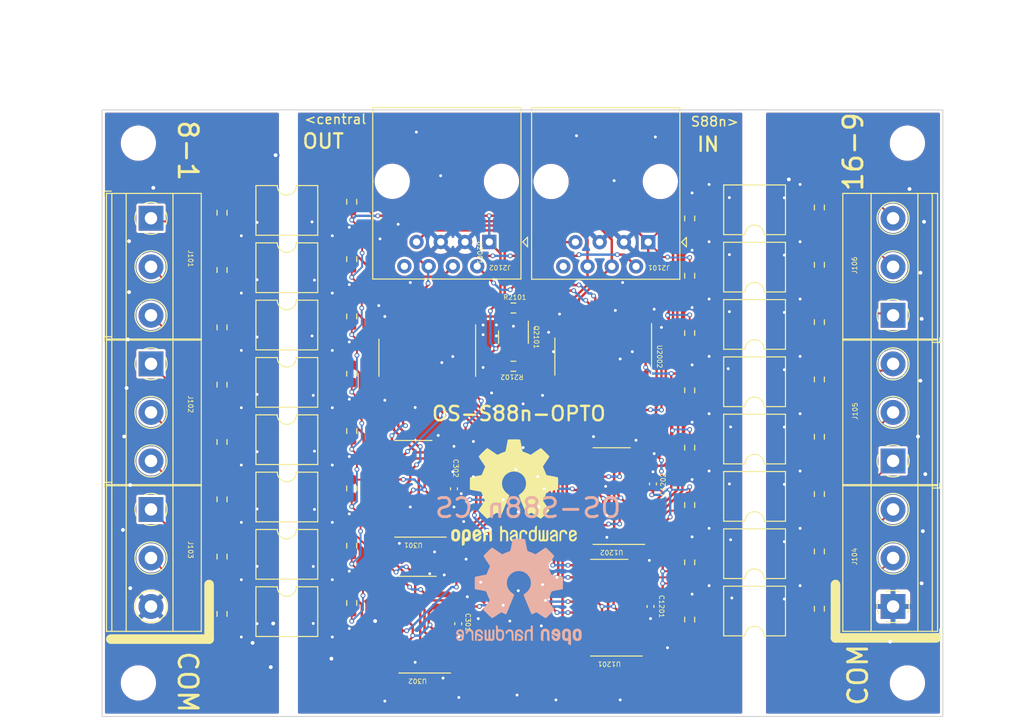
<source format=kicad_pcb>
(kicad_pcb (version 20240108) (generator "pcbnew") (generator_version "8.0")
  (layers (0 "F.Cu" signal) (31 "B.Cu" signal) (34 "B.Paste" user) (35 "F.Paste" user) (36 "B.SilkS" user "B.Silkscreen") (37 "F.SilkS" user "F.Silkscreen") (38 "B.Mask" user) (39 "F.Mask" user) (44 "Edge.Cuts" user))
  (net 0 "")
  (net 1 "GND")
  (net 2 "VCC")
  (net 3 "/CS1/Track")
  (net 4 "/CS2/Track")
  (net 5 "/CS3/Track")
  (net 6 "/CS4/Track")
  (net 7 "/CS5/Track")
  (net 8 "/CS6/Track")
  (net 9 "/CS7/Track")
  (net 10 "/CS8/Track")
  (net 11 "/CS9/Track")
  (net 12 "/CS10/Track")
  (net 13 "/CS11/Track")
  (net 14 "/SR-latch1/Q4")
  (net 16 "/SR-latch1/Q2")
  (net 17 "/SR-latch1/Q3")
  (net 18 "/SR-latch1/Q1")
  (net 20 "/SR-latch1/Q6")
  (net 21 "/SR-latch1/Q7")
  (net 22 "/SR-latch1/Q5")
  (net 23 "/SR-latch2/Q4")
  (net 25 "/SR-latch2/Q2")
  (net 26 "/SR-latch2/Q3")
  (net 27 "/SR-latch2/Q1")
  (net 29 "/SR-latch2/Q6")
  (net 30 "/SR-latch2/Q7")
  (net 31 "/SR-latch2/Q5")
  (net 36 "/SR-latch1/Q8")
  (net 37 "/SR-latch2/Q8")
  (net 38 "/RJ45/DATA_IN")
  (net 39 "/RJ45/CLOCK")
  (net 40 "/RJ45/PL")
  (net 41 "/RJ45/RESET")
  (net 43 "Net-(J2101-Pad7)")
  (net 44 "/RJ45/DATA_OUT")
  (net 46 "Net-(Q2101-B)")
  (net 47 "Net-(U2001-Q7)")
  (net 48 "/CS12/Track")
  (net 49 "/CS13/Track")
  (net 50 "/CS14/Track")
  (net 51 "/CS15/Track")
  (net 52 "/CS16/Track")
  (net 53 "Net-(R203-Pad2)")
  (net 54 "Net-(R403-Pad2)")
  (net 55 "Net-(R503-Pad2)")
  (net 56 "Net-(R603-Pad2)")
  (net 57 "Net-(R703-Pad2)")
  (net 58 "Net-(R803-Pad2)")
  (net 59 "Net-(R903-Pad2)")
  (net 60 "Net-(R1003-Pad2)")
  (net 61 "Net-(R1103-Pad2)")
  (net 62 "Net-(R1303-Pad2)")
  (net 63 "Net-(R1403-Pad2)")
  (net 64 "Net-(R1503-Pad2)")
  (net 65 "Net-(R1603-Pad2)")
  (net 66 "Net-(R1703-Pad2)")
  (net 67 "Net-(R1803-Pad2)")
  (net 68 "Net-(R1903-Pad2)")
  (net 69 "/CS1/TTL")
  (net 70 "/CS2/TTL")
  (net 71 "/CS4/TTL")
  (net 72 "/CS3/TTL")
  (net 73 "/CS7/TTL")
  (net 74 "/CS8/TTL")
  (net 75 "/CS6/TTL")
  (net 76 "/CS5/TTL")
  (net 77 "/CS9/TTL")
  (net 78 "/CS11/TTL")
  (net 79 "/CS12/TTL")
  (net 80 "/CS10/TTL")
  (net 81 "/CS13/TTL")
  (net 82 "/CS16/TTL")
  (net 83 "/CS15/TTL")
  (net 84 "/CS14/TTL")
  (net 85 "/COM1")
  (net 86 "/COM2")
  (footprint "custom_kicad_lib_sk:R_0603_smalltext" (layer "F.Cu") (at 195.285 111.232083 -90)
    (property "Reference" "R1903" (hide yes))
    (property "Value" "4k7")
  )
  (footprint "custom_kicad_lib_sk:R_0603_smalltext" (layer "F.Cu") (at 146.333 98.636917 -90)
    (property "Reference" "R501" (hide yes))
    (property "Value" "10k")
  )
  (footprint "custom_kicad_lib_sk:R_0603_smalltext" (layer "F.Cu") (at 132.759 75.779917 90)
    (property "Reference" "R903" (hide yes))
    (property "Value" "4k7")
  )
  (footprint "custom_kicad_lib_sk:R_0603_smalltext" (layer "F.Cu") (at 132.759 87.779917 90)
    (property "Reference" "R703" (hide yes))
    (property "Value" "4k7")
  )
  (footprint "custom_kicad_lib_sk:R_0603_smalltext" (layer "F.Cu") (at 146.333 80.636917 -90)
    (property "Reference" "R801" (hide yes))
    (property "Value" "10k")
  )
  (footprint "Package_TO_SOT_SMD:SOT-23" (layer "F.Cu") (at 163.26 82.804 -90)
    (property "Reference" "Q2101")
    (property "Value" "BC847")
  )
  (footprint "custom_kicad_lib_sk:R_0603_smalltext" (layer "F.Cu") (at 195.285 81.232083 -90)
    (property "Reference" "R1403" (hide yes))
    (property "Value" "4k7")
  )
  (footprint "Package_DIP:SMDIP-4_W9.53mm" (layer "F.Cu") (at 188.503 105.474 180)
    (property "Reference" "U1801" (hide yes))
    (property "Value" "EL814")
  )
  (footprint "custom_kicad_lib_sk:R_0603_smalltext" (layer "F.Cu") (at 181.711 76.375083 90)
    (property "Reference" "R1301" (hide yes))
    (property "Value" "10k")
  )
  (footprint "custom_kicad_lib_sk:R_0603_smalltext" (layer "F.Cu") (at 163.26 85.852 180)
    (property "Reference" "R2102")
    (property "Value" "100k")
  )
  (footprint "Capacitor_SMD:C_0402_1005Metric" (layer "F.Cu") (at 177.865 98.171 90)
    (property "Reference" "C1202")
    (property "Value" "100nF")
  )
  (footprint "custom_kicad_lib_sk:R_0603_smalltext" (layer "F.Cu") (at 181.711 100.375083 90)
    (property "Reference" "R1701" (hide yes))
    (property "Value" "10k")
  )
  (footprint "custom_kicad_lib_sk:R_0603_smalltext" (layer "F.Cu") (at 132.759 93.779917 90)
    (property "Reference" "R603" (hide yes))
    (property "Value" "4k7")
  )
  (footprint "TerminalBlock_Phoenix:TerminalBlock_Phoenix_MKDS-1,5-3-5.08_1x03_P5.08mm_Horizontal" (layer "F.Cu") (at 125.322 70.36 -90)
    (property "Reference" "J101")
    (property "Value" "Screw_Terminal_01x03")
  )
  (footprint "Package_DIP:SMDIP-4_W9.53mm" (layer "F.Cu") (at 188.503 99.474 180)
    (property "Reference" "U1701" (hide yes))
    (property "Value" "EL814")
  )
  (footprint "Package_DIP:SMDIP-4_W9.53mm" (layer "F.Cu") (at 139.541 81.538)
    (property "Reference" "U801" (hide yes))
    (property "Value" "EL814")
  )
  (footprint "custom_kicad_lib_sk:R_0603_smalltext" (layer "F.Cu") (at 146.333 86.636917 -90)
    (property "Reference" "R701" (hide yes))
    (property "Value" "10k")
  )
  (footprint "custom_kicad_lib_sk:R_0603_smalltext" (layer "F.Cu") (at 195.285 87.232083 -90)
    (property "Reference" "R1503" (hide yes))
    (property "Value" "4k7")
  )
  (footprint "custom_kicad_lib_sk:R_0603_smalltext" (layer "F.Cu") (at 195.285 99.232083 -90)
    (property "Reference" "R1703" (hide yes))
    (property "Value" "4k7")
  )
  (footprint "Package_DIP:SMDIP-4_W9.53mm" (layer "F.Cu") (at 188.503 75.474 180)
    (property "Reference" "U1301" (hide yes))
    (property "Value" "EL814")
  )
  (footprint "TerminalBlock_Phoenix:TerminalBlock_Phoenix_MKDS-1,5-3-5.08_1x03_P5.08mm_Horizontal" (layer "F.Cu") (at 125.322 100.84 -90)
    (property "Reference" "J103")
    (property "Value" "Screw_Terminal_01x03")
  )
  (footprint "Package_DIP:SMDIP-4_W9.53mm" (layer "F.Cu") (at 188.503 69.474 180)
    (property "Reference" "U1101" (hide yes))
    (property "Value" "EL814")
  )
  (footprint "MountingHole:MountingHole_3.2mm_M3" (layer "F.Cu") (at 204.5 62.5 180)
    (property "Reference" "REF**" (hide yes))
    (property "Value" "MountingHole_3.2mm_M3")
  )
  (footprint "custom_kicad_lib_sk:R_0603_smalltext" (layer "F.Cu") (at 181.711 88.375083 90)
    (property "Reference" "R1501" (hide yes))
    (property "Value" "10k")
  )
  (footprint "custom_kicad_lib_sk:R_0603_smalltext" (layer "F.Cu") (at 146.333 68.636917 -90)
    (property "Reference" "R1001" (hide yes))
    (property "Value" "10k")
  )
  (footprint "custom_kicad_lib_sk:R_0603_smalltext" (layer "F.Cu") (at 132.759 81.779917 90)
    (property "Reference" "R803" (hide yes))
    (property "Value" "4k7")
  )
  (footprint "custom_kicad_lib_sk:R_0603_smalltext" (layer "F.Cu") (at 146.333 74.636917 -90)
    (property "Reference" "R901" (hide yes))
    (property "Value" "10k")
  )
  (footprint "Package_DIP:SMDIP-4_W9.53mm" (layer "F.Cu") (at 139.541 99.538)
    (property "Reference" "U501" (hide yes))
    (property "Value" "EL814")
  )
  (footprint "custom_kicad_lib_sk:R_0603_smalltext" (layer "F.Cu") (at 132.759 111.779917 90)
    (property "Reference" "R203" (hide yes))
    (property "Value" "4k7")
  )
  (footprint "custom_kicad_lib_sk:R_0603_smalltext" (layer "F.Cu") (at 146.333 104.636917 -90)
    (property "Reference" "R401" (hide yes))
    (property "Value" "10k")
  )
  (footprint "TerminalBlock_Phoenix:TerminalBlock_Phoenix_MKDS-1,5-3-5.08_1x03_P5.08mm_Horizontal" (layer "F.Cu") (at 203 111 90)
    (property "Reference" "J104")
    (property "Value" "Screw_Terminal_01x03")
  )
  (footprint "Connector_RJ:RJ45_Amphenol_54602-x08_Horizontal" (layer "F.Cu") (at 160.736 72.842 180)
    (property "Reference" "J2102")
    (property "Value" "RJ45")
  )
  (footprint "custom_kicad_lib_sk:R_0603_smalltext" (layer "F.Cu") (at 146.333 92.636917 -90)
    (property "Reference" "R601" (hide yes))
    (property "Value" "10k")
  )
  (footprint "TerminalBlock_Phoenix:TerminalBlock_Phoenix_MKDS-1,5-3-5.08_1x03_P5.08mm_Horizontal" (layer "F.Cu") (at 125.322 85.6 -90)
    (property "Reference" "J102")
    (property "Value" "Screw_Terminal_01x03")
  )
  (footprint "Capacitor_SMD:C_0402_1005Metric" (layer "F.Cu") (at 177.611 110.998 -90)
    (property "Reference" "C1201")
    (property "Value" "100nF")
  )
  (footprint "Capacitor_SMD:C_0402_1005Metric" (layer "F.Cu") (at 157.482999 112.803999 -90)
    (property "Reference" "C301")
    (property "Value" "100nF")
  )
  (footprint "custom_kicad_lib_sk:R_0603_smalltext" (layer "F.Cu") (at 163.26 79.756)
    (property "Reference" "R2101")
    (property "Value" "4k7")
  )
  (footprint "Package_SO:SOIC-16_3.9x9.9mm_P1.27mm" (layer "F.Cu") (at 173.547 99.441 180)
    (property "Reference" "U1202")
    (property "Value" "~")
  )
  (footprint "MountingHole:MountingHole_3.2mm_M3" (layer "F.Cu") (at 124 119 180)
    (property "Reference" "REF**" (hide yes))
    (property "Value" "MountingHole_3.2mm_M3")
  )
  (footprint "Package_DIP:SMDIP-4_W9.53mm" (layer "F.Cu") (at 188.503 111.474 180)
    (property "Reference" "U1901" (hide yes))
    (property "Value" "EL814")
  )
  (footprint "Package_SO:SOIC-16_3.9x9.9mm_P1.27mm" (layer "F.Cu") (at 173.293 111.125 180)
    (property "Reference" "U1201")
    (property "Value" "~")
  )
  (footprint "Symbol:OSHW-Logo2_14.6x12mm_SilkScreen" (layer "F.Cu") (at 163.322 99.06)
    (property "Reference" "REF**" (hide yes))
    (property "Value" "OSHW-Logo2_14.6x12mm_SilkScreen" (hide yes))
  )
  (footprint "custom_kicad_lib_sk:R_0603_smalltext" (layer "F.Cu") (at 132.759 69.779917 90)
    (property "Reference" "R1003" (hide yes))
    (property "Value" "4k7")
  )
  (footprint "custom_kicad_lib_sk:R_0603_smalltext" (layer "F.Cu") (at 181.711 82.375083 90)
    (property "Reference" "R1401" (hide yes))
    (property "Value" "10k")
  )
  (footprint "Package_DIP:SMDIP-4_W9.53mm" (layer "F.Cu") (at 139.541 105.538)
    (property "Reference" "U401" (hide yes))
    (property "Value" "EL814")
  )
  (footprint "custom_kicad_lib_sk:R_0603_smalltext" (layer "F.Cu") (at 195.285 69.232083 -90)
    (property "Reference" "R1103" (hide yes))
    (property "Value" "4k7")
  )
  (footprint "Package_DIP:SMDIP-4_W9.53mm" (layer "F.Cu") (at 188.503 87.474 180)
    (property "Reference" "U1501" (hide yes))
    (property "Value" "EL814")
  )
  (footprint "Package_DIP:SMDIP-4_W9.53mm" (layer "F.Cu") (at 139.541 87.538)
    (property "Reference" "U701" (hide yes))
    (property "Value" "EL814")
  )
  (footprint "Package_DIP:SMDIP-4_W9.53mm" (layer "F.Cu") (at 188.503 93.474 180)
    (property "Reference" "U1601" (hide yes))
    (property "Value" "EL814")
  )
  (footprint "Package_DIP:SMDIP-4_W9.53mm" (layer "F.Cu") (at 139.541 75.538)
    (property "Reference" "U901" (hide yes))
    (property "Value" "EL814")
  )
  (footprint "custom_kicad_lib_sk:R_0603_smalltext" (layer "F.Cu") (at 146.333 110.636917 -90)
    (property "Reference" "R201" (hide yes))
    (property "Value" "10k")
  )
  (footprint "Package_SO:SOIC-16_3.9x9.9mm_P1.27mm" (layer "F.Cu") (at 152.781 98.679 180)
    (property "Reference" "U301")
    (property "Value" "~")
  )
  (footprint "Connector_RJ:RJ45_Amphenol_54602-x08_Horizontal" (layer "F.Cu") (at 177.366 72.862 180)
    (property "Reference" "J2101")
    (property "Value" "RJ45")
  )
  (footprint "MountingHole:MountingHole_3.2mm_M3" (layer "F.Cu") (at 204.5 119 180)
    (property "Reference" "REF**" (hide yes))
    (property "Value" "MountingHole_3.2mm_M3")
  )
  (footprint "Package_DIP:SMDIP-4_W9.53mm" (layer "F.Cu") (at 188.503 81.474 180)
    (property "Reference" "U1401" (hide yes))
    (property "Value" "EL814")
  )
  (footprint "Package_DIP:SMDIP-4_W9.53mm" (layer "F.Cu") (at 139.541 69.538)
    (property "Reference" "U1001" (hide yes))
    (property "Value" "EL814")
  )
  (footprint "TerminalBlock_Phoenix:TerminalBlock_Phoenix_MKDS-1,5-3-5.08_1x03_P5.08mm_Horizontal" (layer "F.Cu") (at 203 80.52 90)
    (property "Reference" "J106")
    (property "Value" "Screw_Terminal_01x03")
  )
  (footprint "custom_kicad_lib_sk:R_0603_smalltext" (layer "F.Cu") (at 181.711 70.375083 90)
    (property "Reference" "R1101" (hide yes))
    (property "Value" "10k")
  )
  (footprint "Package_DIP:SMDIP-4_W9.53mm" (layer "F.Cu") (at 139.541 111.538)
    (property "Reference" "U201" (hide yes))
    (property "Value" "EL814")
  )
  (footprint "custom_kicad_lib_sk:R_0603_smalltext" (layer "F.Cu") (at 132.759 105.779917 90)
    (property "Reference" "R403" (hide yes))
    (property "Value" "4k7")
  )
  (footprint "custom_kicad_lib_sk:R_0603_smalltext" (layer "F.Cu") (at 195.285 105.232083 -90)
    (property "Reference" "R1803" (hide yes))
    (property "Value" "4k7")
  )
  (footprint "custom_kicad_lib_sk:R_0603_smalltext" (layer "F.Cu") (at 181.711 106.375083 90)
    (property "Reference" "R1801" (hide yes))
    (property "Value" "10k")
  )
  (footprint "custom_kicad_lib_sk:R_0603_smalltext" (layer "F.Cu") (at 132.759 99.779917 90)
    (property "Reference" "R503" (hide yes))
    (property "Value" "4k7")
  )
  (footprint "custom_kicad_lib_sk:R_0603_smalltext" (layer "F.Cu") (at 181.711 112.375083 90)
    (property "Reference" "R1901" (hide yes))
    (property "Value" "10k")
  )
  (footprint "Package_SO:SOIC-16_3.9x9.9mm_P1.27mm" (layer "F.Cu") (at 153.227 112.903 180)
    (property "Reference" "U302")
    (property "Value" "~")
  )
  (footprint "custom_kicad_lib_sk:R_0603_smalltext" (layer "F.Cu") (at 195.285 93.232083 -90)
    (property "Reference" "R1603" (hide yes))
    (property "Value" "4k7")
  )
  (footprint "Package_DIP:SMDIP-4_W9.53mm" (layer "F.Cu") (at 139.541 93.538)
    (property "Reference" "U601" (hide yes))
    (property "Value" "EL814")
  )
  (footprint "Package_SO:SOIC-16_3.9x9.9mm_P1.27mm" (layer "F.Cu") (at 154.243 84.963 -90)
    (property "Reference" "U2001")
    (property "Value" "4014")
  )
  (footprint "MountingHole:MountingHole_3.2mm_M3" (layer "F.Cu") (at 124 62.5 180)
    (property "Reference" "REF**" (hide yes))
    (property "Value" "MountingHole_3.2mm_M3")
  )
  (footprint "Package_SO:SOIC-16_3.9x9.9mm_P1.27mm" (layer "F.Cu") (at 172.658 84.836 -90)
    (property "Reference" "U2002")
    (property "Value" "4014")
  )
  (footprint "TerminalBlock_Phoenix:TerminalBlock_Phoenix_MKDS-1,5-3-5.08_1x03_P5.08mm_Horizontal" (layer "F.Cu") (at 203 95.76 90)
    (property "Reference" "J105")
    (property "Value" "Screw_Terminal_01x03")
  )
  (footprint "Capacitor_SMD:C_0402_1005Metric" (layer "F.Cu") (at 157.036999 98.679 -90)
    (property "Reference" "C302")
    (property "Value" "100nF")
  )
  (footprint "custom_kicad_lib_sk:R_0603_smalltext" (layer "F.Cu") (at 195.285 75.232083 -90)
    (property "Reference" "R1303" (hide yes))
    (property "Value" "4k7")
  )
  (footprint "custom_kicad_lib_sk:R_0603_smalltext" (layer "F.Cu") (at 181.711 94.375083 90)
    (property "Reference" "R1601" (hide yes))
    (property "Value" "10k")
  )
  (footprint "Symbol:OSHW-Logo2_14.6x12mm_SilkScreen" (layer "B.Cu") (at 163.83 109.474 180)
    (property "Reference" "REF**" (hide yes))
    (property "Value" "OSHW-Logo2_14.6x12mm_SilkScreen" (hide yes))
  )
  (gr_line (start 121.119 114.415) (end 131.406 114.415) (stroke (width 1)) (layer "F.SilkS"))
  (gr_line (start 196.972 108.7) (end 196.972 114.288) (stroke (width 1)) (layer "F.SilkS"))
  (gr_line (start 196.972 114.288) (end 207.513 114.288) (stroke (width 1)) (layer "F.SilkS"))
  (gr_line (start 131.406 108.7) (end 131.406 114.415) (stroke (width 1)) (layer "F.SilkS"))
  (gr_rect (start 120.206 59.012) (end 208.206 122.512) (stroke (width 0.1)) (fill none) (layer "Edge.Cuts"))
  (gr_text "OS-S88n CS" (at 164.784 101.854 0) (layer "B.SilkS") (effects (font (size 2 2) (thickness 0.3)) (justify bottom mirror)))
  (gr_text "16-9" (at 200 67.691 90) (layer "F.SilkS") (effects (font (size 2 2) (thickness 0.3)) (justify left bottom)))
  (gr_text "OS-S88n-OPTO" (at 163.83 91.694 0) (layer "F.SilkS") (effects (font (size 1.5 1.5) (thickness 0.25) (bold yes)) (justify bottom)))
  (gr_text "COM" (at 128 115.520224 -90) (layer "F.SilkS") (effects (font (size 2 2) (thickness 0.3)) (justify left bottom)))
  (gr_text "8-1" (at 128.016 59.944 -90) (layer "F.SilkS") (effects (font (size 2 2) (thickness 0.3)) (justify left bottom)))
  (gr_text "IN" (at 183.642 63.5 0) (layer "F.SilkS") (effects (font (size 1.5 1.5) (thickness 0.25) (bold yes)) (justify bottom)))
  (gr_text "OUT" (at 143.346 63.17 0) (layer "F.SilkS") (effects (font (size 1.5 1.5) (thickness 0.25) (bold yes)) (justify bottom)))
  (gr_text "<central" (at 141.286 60.579 0) (layer "F.SilkS") (effects (font (size 1 1)) (justify left bottom)))
  (gr_text "S88n>" (at 181.737 60.833 0) (layer "F.SilkS") (effects (font (size 1 1)) (justify left bottom)))
  (gr_text "COM" (at 200.5 121.554 90) (layer "F.SilkS") (effects (font (size 2 2) (thickness 0.3)) (justify left bottom)))
  (segment (start 144.306 106.808) (end 145.583083 106.808) (width 0.2) (layer "F.Cu") (net 1))
  (segment (start 183.738 110.204) (end 183.738 108.824083) (width 0.2) (layer "F.Cu") (net 1))
  (segment (start 144.306 102.187917) (end 144.301 102.192917) (width 0.2) (layer "F.Cu") (net 1))
  (segment (start 144.306 100.808) (end 145.583083 100.808) (width 0.2) (layer "F.Cu") (net 1))
  (segment (start 145.583083 94.808) (end 146.079 95.303917) (width 0.2) (layer "F.Cu") (net 1))
  (segment (start 144.306 84.187917) (end 144.301 84.192917) (width 0.2) (layer "F.Cu") (net 1))
  (segment (start 145.583083 106.808) (end 146.079 107.303917) (width 0.2) (layer "F.Cu") (net 1))
  (segment (start 145.583083 82.808) (end 146.079 83.303917) (width 0.2) (layer "F.Cu") (net 1))
  (segment (start 183.738 74.204) (end 183.738 72.824083) (width 0.2) (layer "F.Cu") (net 1))
  (segment (start 144.306 70.808) (end 145.583083 70.808) (width 0.2) (layer "F.Cu") (net 1))
  (segment (start 144.306 88.808) (end 145.583083 88.808) (width 0.2) (layer "F.Cu") (net 1))
  (segment (start 145.583083 100.808) (end 146.079 101.303917) (width 0.2) (layer "F.Cu") (net 1))
  (segment (start 144.306 112.808) (end 144.306 114.187917) (width 0.2) (layer "F.Cu") (net 1))
  (segment (start 183.738 108.824083) (end 183.743 108.819083) (width 0.2) (layer "F.Cu") (net 1))
  (segment (start 183.738 104.204) (end 183.738 102.824083) (width 0.2) (layer "F.Cu") (net 1))
  (segment (start 182.460917 110.204) (end 181.965 109.708083) (width 0.2) (layer "F.Cu") (net 1))
  (segment (start 144.306 70.808) (end 144.306 72.187917) (width 0.2) (layer "F.Cu") (net 1))
  (segment (start 182.460917 92.204) (end 181.965 91.708083) (width 0.2) (layer "F.Cu") (net 1))
  (segment (start 145.583083 76.808) (end 146.079 77.303917) (width 0.2) (layer "F.Cu") (net 1))
  (segment (start 144.306 94.808) (end 144.306 96.187917) (width 0.2) (layer "F.Cu") (net 1))
  (segment (start 182.460917 80.204) (end 181.965 79.708083) (width 0.2) (layer "F.Cu") (net 1))
  (segment (start 144.306 78.187917) (end 144.301 78.192917) (width 0.2) (layer "F.Cu") (net 1))
  (segment (start 145.583083 112.808) (end 146.079 113.303917) (width 0.2) (layer "F.Cu") (net 1))
  (segment (start 183.738 74.204) (end 182.460917 74.204) (width 0.2) (layer "F.Cu") (net 1))
  (segment (start 183.738 68.204) (end 182.460917 68.204) (width 0.2) (layer "F.Cu") (net 1))
  (segment (start 183.738 86.204) (end 183.738 84.824083) (width 0.2) (layer "F.Cu") (net 1))
  (segment (start 144.306 90.187917) (end 144.301 90.192917) (width 0.2) (layer "F.Cu") (net 1))
  (segment (start 183.738 84.824083) (end 183.743 84.819083) (width 0.2) (layer "F.Cu") (net 1))
  (segment (start 183.738 86.204) (end 182.460917 86.204) (width 0.2) (layer "F.Cu") (net 1))
  (segment (start 182.460917 86.204) (end 181.965 85.708083) (width 0.2) (layer "F.Cu") (net 1))
  (segment (start 183.738 80.204) (end 182.460917 80.204) (width 0.2) (layer "F.Cu") (net 1))
  (segment (start 183.738 98.204) (end 182.460917 98.204) (width 0.2) (layer "F.Cu") (net 1))
  (segment (start 144.306 112.808) (end 145.583083 112.808) (width 0.2) (layer "F.Cu") (net 1))
  (segment (start 183.738 90.824083) (end 183.743 90.819083) (width 0.2) (layer "F.Cu") (net 1))
  (segment (start 182.460917 98.204) (end 181.965 97.708083) (width 0.2) (layer "F.Cu") (net 1))
  (segment (start 144.306 76.808) (end 144.306 78.187917) (width 0.2) (layer "F.Cu") (net 1))
  (segment (start 144.306 100.808) (end 144.306 102.187917) (width 0.2) (layer "F.Cu") (net 1))
  (segment (start 183.738 102.824083) (end 183.743 102.819083) (width 0.2) (layer "F.Cu") (net 1))
  (segment (start 183.738 68.204) (end 183.738 66.824083) (width 0.2) (layer "F.Cu") (net 1))
  (segment (start 182.460917 68.204) (end 181.965 67.708083) (width 0.2) (layer "F.Cu") (net 1))
  (segment (start 183.738 98.204) (end 183.738 96.824083) (width 0.2) (layer "F.Cu") (net 1))
  (segment (start 183.738 110.204) (end 182.460917 110.204) (width 0.2) (layer "F.Cu") (net 1))
  (segment (start 144.306 82.808) (end 144.306 84.187917) (width 0.2) (layer "F.Cu") (net 1))
  (segment (start 144.306 76.808) (end 145.583083 76.808) (width 0.2) (layer "F.Cu") (net 1))
  (segment (start 183.738 72.824083) (end 183.743 72.819083) (width 0.2) (layer "F.Cu") (net 1))
  (segment (start 144.306 106.808) (end 144.306 108.187917) (width 0.2) (layer "F.Cu") (net 1))
  (segment (start 145.583083 70.808) (end 146.079 71.303917) (width 0.2) (layer "F.Cu") (net 1))
  (segment (start 183.738 80.204) (end 183.738 78.824083) (width 0.2) (layer "F.Cu") (net 1))
  (segment (start 183.738 104.204) (end 182.460917 104.204) (width 0.2) (layer "F.Cu") (net 1))
  (segment (start 144.306 94.808) (end 145.583083 94.808) (width 0.2) (layer "F.Cu") (net 1))
  (segment (start 183.738 78.824083) (end 183.743 78.819083) (width 0.2) (layer "F.Cu") (net 1))
  (segment (start 144.306 108.187917) (end 144.301 108.192917) (width 0.2) (layer "F.Cu") (net 1))
  (segment (start 144.306 82.808) (end 145.583083 82.808) (width 0.2) (layer "F.Cu") (net 1))
  (segment (start 183.738 96.824083) (end 183.743 96.819083) (width 0.2) (layer "F.Cu") (net 1))
  (segment (start 182.460917 104.204) (end 181.965 103.708083) (width 0.2) (layer "F.Cu") (net 1))
  (segment (start 183.738 66.824083) (end 183.743 66.819083) (width 0.2) (layer "F.Cu") (net 1))
  (segment (start 144.306 96.187917) (end 144.301 96.192917) (width 0.2) (layer "F.Cu") (net 1))
  (segment (start 145.583083 88.808) (end 146.079 89.303917) (width 0.2) (layer "F.Cu") (net 1))
  (segment (start 183.738 92.204) (end 183.738 90.824083) (width 0.2) (layer "F.Cu") (net 1))
  (segment (start 183.738 92.204) (end 182.460917 92.204) (width 0.2) (layer "F.Cu") (net 1))
  (segment (start 144.306 88.808) (end 144.306 90.187917) (width 0.2) (layer "F.Cu") (net 1))
  (segment (start 144.306 72.187917) (end 144.301 72.192917) (width 0.2) (layer "F.Cu") (net 1))
  (segment (start 144.306 114.187917) (end 144.301 114.192917) (width 0.2) (layer "F.Cu") (net 1))
  (segment (start 182.460917 74.204) (end 181.965 73.708083) (width 0.2) (layer "F.Cu") (net 1))
  (via (at 166.308 88.9) (size 0.5) (drill 0.3) (layers "F.Cu" "B.Cu") (net 1))
  (via (at 163.641 120.269) (size 0.5) (drill 0.3) (layers "F.Cu" "B.Cu") (net 1))
  (via (at 181.965 85.708083) (size 0.5) (drill 0.3) (layers "F.Cu" "B.Cu") (net 1))
  (via (at 157.037 94.234) (size 0.5) (drill 0.3) (layers "F.Cu" "B.Cu") (net 1))
  (via (at 163.26 81.661) (size 0.5) (drill 0.3) (layers "F.Cu" "B.Cu") (net 1))
  (via (at 152.973 90.17) (size 0.5) (drill 0.3) (layers "F.Cu" "B.Cu") (net 1))
  (via (at 181.965 67.708083) (size 0.5) (drill 0.3) (layers "F.Cu" "B.Cu") (net 1))
  (via (at 142.432 100.838) (size 0.5) (drill 0.3) (layers "F.Cu" "B.Cu") (net 1))
  (via (at 155.64 65.913) (size 0.5) (drill 0.3) (layers "F.Cu" "B.Cu") (net 1))
  (via (at 142.305 88.9) (size 0.5) (drill 0.3) (layers "F.Cu" "B.Cu") (net 1))
  (via (at 144.301 90.192917) (size 0.5) (drill 0.3) (layers "F.Cu" "B.Cu") (net 1))
  (via (at 149.29 72.517) (size 0.5) (drill 0.3) (layers "F.Cu" "B.Cu") (net 1))
  (via (at 158.053 102.108) (size 0.5) (drill 0.3) (layers "F.Cu" "B.Cu") (net 1))
  (via (at 164.276 89.789) (size 0.5) (drill 0.3) (layers "F.Cu" "B.Cu") (net 1))
  (via (at 183.743 108.819083) (size 0.5) (drill 0.3) (layers "F.Cu" "B.Cu") (net 1))
  (via (at 165.8 97.409) (size 0.5) (drill 0.3) (layers "F.Cu" "B.Cu") (net 1))
  (via (at 165.927 100.584) (size 0.5) (drill 0.3) (layers "F.Cu" "B.Cu") (net 1))
  (via (at 183.743 72.819083) (size 0.5) (drill 0.3) (layers "F.Cu" "B.Cu") (net 1))
  (via (at 152.465 100.584) (size 0.5) (drill 0.3) (layers "F.Cu" "B.Cu") (net 1))
  (via (at 152.973 116.84) (size 0.5) (drill 0.3) (layers "F.Cu" "B.Cu") (net 1))
  (via (at 185.866 74.168) (size 0.5) (drill 0.3) (layers "F.Cu" "B.Cu") (net 1))
  (via (at 163.768 101.092) (size 0.5) (drill 0.3) (layers "F.Cu" "B.Cu") (net 1))
  (via (at 167.451 84.328) (size 0.5) (drill 0.3) (layers "F.Cu" "B.Cu") (net 1))
  (via (at 160.974 88.646) (size 0.5) (drill 0.3) (layers "F.Cu" "B.Cu") (net 1))
  (via (at 181.965 103.708083) (size 0.5) (drill 0.3) (layers "F.Cu" "B.Cu") (net 1))
  (via (at 159.577 112.268) (size 0.5) (drill 0.3) (layers "F.Cu" "B.Cu") (net 1))
  (via (at 166.943 82.296) (size 0.5) (drill 0.3) (layers "F.Cu" "B.Cu") (net 1))
  (via (at 142.178 82.677) (size 0.5) (drill 0.3) (layers "F.Cu" "B.Cu") (net 1))
  (via (at 183.743 96.819083) (size 0.5) (drill 0.3) (layers "F.Cu" "B.Cu") (net 1))
  (via (at 163.514 96.647) (size 0.5) (drill 0.3) (layers "F.Cu" "B.Cu") (net 1))
  (via (at 168.086 80.391) (size 0.5) (drill 0.3) (layers "F.Cu" "B.Cu") (net 1))
  (via (at 172.912 98.425) (size 0.5) (drill 0.3) (layers "F.Cu" "B.Cu") (net 1))
  (via (at 173.928 80.01) (size 0.5) (drill 0.3) (layers "F.Cu" "B.Cu") (net 1))
  (via (at 173.039 103.759) (size 0.5) (drill 0.3) (layers "F.Cu" "B.Cu") (net 1))
  (via (at 161.228 90.297) (size 0.5) (drill 0.3) (layers "F.Cu" "B.Cu") (net 1))
  (via (at 144.301 102.192917) (size 0.5) (drill 0.3) (layers "F.Cu" "B.Cu") (net 1))
  (via (at 156.91 96.901) (size 0.5) (drill 0.3) (layers "F.Cu" "B.Cu") (net 1))
  (via (at 174.69 77.089) (size 0.5) (drill 0.3) (layers "F.Cu" "B.Cu") (net 1))
  (via (at 157.545 114.173) (size 0.5) (drill 0.3) (layers "F.Cu" "B.Cu") (net 1))
  (via (at 185.739 86.106) (size 0.5) (drill 0.3) (layers "F.Cu" "B.Cu") (net 1))
  (via (at 176.087 93.599) (size 0.5) (drill 0.3) (layers "F.Cu" "B.Cu") (net 1))
  (via (at 144.301 84.192917) (size 0.5) (drill 0.3) (layers "F.Cu" "B.Cu") (net 1))
  (via (at 142.432 76.835) (size 0.5) (drill 0.3) (layers "F.Cu" "B.Cu") (net 1))
  (via (at 151.195 70.993) (size 0.5) (drill 0.3) (layers "F.Cu" "B.Cu") (net 1))
  (via (at 157.037 100.584) (size 0.5) (drill 0.3) (layers "F.Cu" "B.Cu") (net 1))
  (via (at 158.434 109.982) (size 0.5) (drill 0.3) (layers "F.Cu" "B.Cu") (net 1))
  (via (at 159.069 93.726) (size 0.5) (drill 0.3) (layers "F.Cu" "B.Cu") (net 1))
  (via (at 175.706 84.328) (size 0.5) (drill 0.3) (layers "F.Cu" "B.Cu") (net 1))
  (via (at 156.91 84.836) (size 0.5) (drill 0.3) (layers "F.Cu" "B.Cu") (net 1))
  (via (at 177.484 106.172) (size 0.5) (drill 0.3) (layers "F.Cu" "B.Cu") (net 1))
  (via (at 160.085 81.534) (size 0.5) (drill 0.3) (layers "F.Cu" "B.Cu") (net 1))
  (via (at 155.894 118.491) (size 0.5) (drill 0.3) (layers "F.Cu" "B.Cu") (net 1))
  (via (at 144.301 78.192917) (size 0.5) (drill 0.3) (layers "F.Cu" "B.Cu") (net 1))
  (via (at 166.181 113.03) (size 0.5) (drill 0.3) (layers "F.Cu" "B.Cu") (net 1))
  (via (at 152.465 77.089) (size 0.5) (drill 0.3) (layers "F.Cu" "B.Cu") (net 1))
  (via (at 185.993 92.202) (size 0.5) (drill 0.3) (layers "F.Cu" "B.Cu") (net 1))
  (via (at 178.119 61.849) (size 0.5) (drill 0.3) (layers "F.Cu" "B.Cu") (net 1))
  (via (at 163.768 109.347) (size 0.5) (drill 0.3) (layers "F.Cu" "B.Cu") (net 1))
  (via (at 177.992 79.883) (size 0.5) (drill 0.3) (layers "F.Cu" "B.Cu") (net 1))
  (via (at 142.432 94.742) (size 0.5) (drill 0.3) (layers "F.Cu" "B.Cu") (net 1))
  (via (at 146.079 95.303917) (size 0.5) (drill 0.3) (layers "F.Cu" "B.Cu") (net 1))
  (via (at 159.831 108.458) (size 0.5) (drill 0.3) (layers "F.Cu" "B.Cu") (net 1))
  (via (at 146.079 83.303917) (size 0.5) (drill 0.3) (layers "F.Cu" "B.Cu") (net 1))
  (via (at 155.767 85.471) (size 0.5) (drill 0.3) (layers "F.Cu" "B.Cu") (net 1))
  (via (at 149.798 120.904) (size 0.5) (drill 0.3) (layers "F.Cu" "B.Cu") (net 1))
  (via (at 144.301 96.192917) (size 0.5) (drill 0.3) (layers "F.Cu" "B.Cu") (net 1))
  (via (at 173.801 66.421) (size 0.5) (drill 0.3) (layers "F.Cu" "B.Cu") (net 1))
  (via (at 169.864 61.722) (size 0.5) (drill 0.3) (layers "F.Cu" "B.Cu") (net 1))
  (via (at 185.993 104.013) (size 0.5) (drill 0.3) (layers "F.Cu" "B.Cu") (net 1))
  (via (at 183.743 84.819083) (size 0.5) (drill 0.3) (layers "F.Cu" "B.Cu") (net 1))
  (via (at 154.497 107.569) (size 0.5) (drill 0.3) (layers "F.Cu" "B.Cu") (net 1))
  (via (at 181.965 97.708083) (size 0.5) (drill 0.3) (layers "F.Cu" "B.Cu") (net 1))
  (via (at 186.12 110.109) (size 0.5) (drill 0.3) (layers "F.Cu" "B.Cu") (net 1))
  (via (at 144.301 114.192917) (size 0.5) (drill 0.3) (layers "F.Cu" "B.Cu") (net 1))
  (via (at 146.079 77.303917) (size 0.5) (drill 0.3) (layers "F.Cu" "B.Cu") (net 1))
  (via (at 158.307 106.045) (size 0.5) (drill 0.3) (layers "F.Cu" "B.Cu") (net 1))
  (via (at 149.163 79.502) (size 0.5) (drill 0.3) (layers "F.Cu" "B.Cu") (net 1))
  (via (at 142.178 70.739) (size 0.5) (drill 0.3) (layers "F.Cu" "B.Cu") (net 1))
  (via (at 181.965 79.708083) (size 0.5) (drill 0.3) (layers "F.Cu" "B.Cu") (net 1))
  (via (at 159.069 97.409) (size 0.5) (drill 0.3) (layers "F.Cu" "B.Cu") (net 1))
  (via (at 157.545 120.523) (size 0.5) (drill 0.3) (layers "F.Cu" "B.Cu") (net 1))
  (via (at 146.079 113.303917) (size 0.5) (drill 0.3) (layers "F.Cu" "B.Cu") (net 1))
  (via (at 181.965 73.708083) (size 0.5) (drill 0.3) (layers "F.Cu" "B.Cu") (net 1))
  (via (at 144.21 116.459) (size 0.8) (drill 0.4) (layers "F.Cu" "B.Cu") (net 1))
  (via (at 146.079 101.303917) (size 0.5) (drill 0.3) (layers "F.Cu" "B.Cu") (net 1))
  (via (at 177.992 94.996) (size 0.5) (drill 0.3) (layers "F.Cu" "B.Cu") (net 1))
  (via (at 149.798 80.645) (size 0.5) (drill 0.3) (layers "F.Cu" "B.Cu") (net 1))
  (via (at 158.434 103.886) (size 0.5) (drill 0.3) (layers "F.Cu" "B.Cu") (net 1))
  (via (at 177.865 96.901) (size 0.5) (drill 0.3) (layers "F.Cu" "B.Cu") (net 1))
  (via (at 142.305 112.776) (size 0.5) (drill 0.3) (layers "F.Cu" "B.Cu") (net 1))
  (via (at 177.611 112.268) (size 0.5) (drill 0.3) (layers "F.Cu" "B.Cu") (net 1))
  (via (at 144.301 108.192917) (size 0.5) (drill 0.3) (layers "F.Cu" "B.Cu") (net 1))
  (via (at 174.436 85.09) (size 0.5) (drill 0.3) (layers "F.Cu" "B.Cu") (net 1))
  (via (at 155.386 93.091) (size 0.5) (drill 0.3) (layers "F.Cu" "B.Cu") (net 1))
  (via (at 146.079 89.303917) (size 0.5) (drill 0.3) (layers "F.Cu" "B.Cu") (net 1))
  (via (at 160.085 85.979) (size 0.5) (drill 0.3) (layers "F.Cu" "B.Cu") (net 1))
  (via (at 167.705 120.777) (size 0.5) (drill 0.3) (layers "F.Cu" "B.Cu") (net 1))
  (via (at 183.743 66.819083) (size 0.5) (drill 0.3) (layers "F.Cu" "B.Cu") (net 1))
  (via (at 162.879 112.522) (size 0.5) (drill 0.3) (layers "F.Cu" "B.Cu") (net 1))
  (via (at 146.079 107.303917) (size 0.5) (drill 0.3) (layers "F.Cu" "B.Cu") (net 1))
  (via (at 157.799 99.187) (size 0.5) (drill 0.3) (layers "F.Cu" "B.Cu") (net 1))
  (via (at 142.305 106.807) (size 0.5) (drill 0.3) (layers "F.Cu" "B.Cu") (net 1))
  (via (at 185.866 98.171) (size 0.5) (drill 0.3) (layers "F.Cu" "B.Cu") (net 1))
  (via (at 146.079 71.303917) (size 0.5) (drill 0.3) (layers "F.Cu" "B.Cu") (net 1))
  (via (at 155.005 105.283) (size 0.5) (drill 0.3) (layers "F.Cu" "B.Cu") (net 1))
  (via (at 161.482 81.534) (size 0.5) (drill 0.3) (layers "F.Cu" "B.Cu") (net 1))
  (via (at 183.743 78.819083) (size 0.5) (drill 0.3) (layers "F.Cu" "B.Cu") (net 1))
  (via (at 144.301 72.192917) (size 0.5) (drill 0.3) (layers "F.Cu" "B.Cu") (net 1))
  (via (at 161.482 82.677) (size 0.5) (drill 0.3) (layers "F.Cu" "B.Cu") (net 1))
  (via (at 181.965 91.708083) (size 0.5) (drill 0.3) (layers "F.Cu" "B.Cu") (net 1))
  (via (at 183.743 102.819083) (size 0.5) (drill 0.3) (layers "F.Cu" "B.Cu") (net 1))
  (via (at 178.754 81.788) (size 0.5) (drill 0.3) (layers "F.Cu" "B.Cu") (net 1))
  (via (at 179.389 115.316) (size 0.5) (drill 0.3) (layers "F.Cu" "B.Cu") (net 1))
  (via (at 149.798 89.408) (size 0.5) (drill 0.3) (layers "F.Cu" "B.Cu") (net 1))
  (via (at 166.308 108.712) (size 0.5) (drill 0.3) (layers "F.Cu" "B.Cu") (net 1))
  (via (at 160.085 82.55) (size 0.5) (drill 0.3) (layers "F.Cu" "B.Cu") (net 1))
  (via (at 173.039 101.473) (size 0.5) (drill 0.3) (layers "F.Cu" "B.Cu") (net 1))
  (via (at 185.866 68.199) (size 0.5) (drill 0.3) (layers "F.Cu" "B.Cu") (net 1))
  (via (at 151.322 104.394) (size 0.5) (drill 0.3) (layers "F.Cu" "B.Cu") (net 1))
  (via (at 183.743 90.819083) (size 0.5) (drill 0.3) (layers "F.Cu" "B.Cu") (net 1))
  (via (at 174.436 120.777) (size 0.5) (drill 0.3) (layers "F.Cu" "B.Cu") (net 1))
  (via (at 148.782 112.522) (size 0.8) (drill 0.4) (layers "F.Cu" "B.Cu") (net 1))
  (via (at 164.276 94.361) (size 0.5) (drill 0.3) (layers "F.Cu" "B.Cu") (net 1))
  (via (at 171.642 93.218) (size 0.5) (drill 0.3) (layers "F.Cu" "B.Cu") (net 1))
  (via (at 181.965 109.708083) (size 0.5) (drill 0.3) (layers "F.Cu" "B.Cu") (net 1))
  (via (at 185.866 80.137) (size 0.5) (drill 0.3) (layers "F.Cu" "B.Cu") (net 1))
  (via (at 156.021 107.696) (size 0.5) (drill 0.3) (layers "F.Cu" "B.Cu") (net 1))
  (via (at 153.1 61.341) (size 0.5) (drill 0.3) (layers "F.Cu" "B.Cu") (net 1))
  (segment (start 179.516 80.899) (end 179.516 80.137) (width 0.25) (layer "F.Cu") (net 2))
  (segment (start 181.711 110.470083) (end 179.825917 108.585) (width 0.2) (layer "F.Cu") (net 2))
  (segment (start 175.768 110.49) (end 177.583 110.49) (width 0.25) (layer "F.Cu") (net 2))
  (segment (start 174.5995 70.0955) (end 160.72 70.0955) (width 0.25) (layer "F.Cu") (net 2))
  (segment (start 157.036999 98.199) (end 158.244 98.199) (width 0.25) (layer "F.Cu") (net 2))
  (segment (start 177.865 99.187) (end 177.738 99.314) (width 0.25) (layer "F.Cu") (net 2))
  (segment (start 177.366 72.862) (end 174.5995 70.0955) (width 0.25) (layer "F.Cu") (net 2))
  (segment (start 161.8975 74.0305) (end 161.8975 78.923005) (width 0.25) (layer "F.Cu") (net 2))
  (segment (start 146.877 95.085917) (end 146.877 96.647) (width 0.2) (layer "F.Cu") (net 2))
  (segment (start 155.256 98.044) (end 156.881999 98.044) (width 0.25) (layer "F.Cu") (net 2))
  (segment (start 181.711 81.462583) (end 181.711 80.470083) (width 0.2) (layer "F.Cu") (net 2))
  (segment (start 160.729 72.862) (end 161.8975 74.0305) (width 0.25) (layer "F.Cu") (net 2))
  (segment (start 147.385 91.44) (end 147.385 91.821) (width 0.2) (layer "F.Cu") (net 2))
  (segment (start 146.333 106.541917) (end 147.512 107.720917) (width 0.2) (layer "F.Cu") (net 2))
  (segment (start 146.333 99.549417) (end 146.333 100.541917) (width 0.2) (layer "F.Cu") (net 2))
  (segment (start 158.250099 96.9859) (end 157.036999 98.199) (width 0.25) (layer "F.Cu") (net 2))
  (segment (start 179.391 80.518) (end 179.391 80.262) (width 0.2) (layer "F.Cu") (net 2))
  (segment (start 178.892 107.304) (end 178.881 107.315) (width 0.25) (layer "F.Cu") (net 2))
  (segment (start 162.656751 82.929) (end 162.908751 82.677) (width 0.25) (layer "F.Cu") (net 2))
  (segment (start 147.423878 74.002122) (end 147.423878 71.632795) (width 0.2) (layer "F.Cu") (net 2))
  (segment (start 146.333 88.541917) (end 146.756 88.964917) (width 0.2) (layer "F.Cu") (net 2))
  (segment (start 161.4185 84.0105) (end 162.5 82.929) (width 0.25) (layer "F.Cu") (net 2))
  (segment (start 177.865 98.651) (end 177.865 99.187) (width 0.25) (layer "F.Cu") (net 2))
  (segment (start 178.892 102.404966) (end 178.892 107.304) (width 0.25) (layer "F.Cu") (net 2))
  (segment (start 181.711 75.462583) (end 181.711 74.470083) (width 0.2) (layer "F.Cu") (net 2))
  (segment (start 181.711 87.462583) (end 181.711 86.470083) (width 0.2) (layer "F.Cu") (net 2))
  (segment (start 160.847 84.582) (end 161.4185 84.0105) (width 0.25) (layer "F.Cu") (net 2))
  (segment (start 179.779 86.614) (end 181.567083 86.614) (width 0.25) (layer "F.Cu") (net 2))
  (segment (start 146.756 90.811) (end 147.385 91.44) (width 0.2) (layer "F.Cu") (net 2))
  (segment (start 162.908751 82.677) (end 163.604751 82.677) (width 0.25) (layer "F.Cu") (net 2))
  (segment (start 146.333 94.541917) (end 146.877 95.085917) (width 0.2) (layer "F.Cu") (net 2))
  (segment (start 179.825917 108.585) (end 178.881 108.585) (width 0.2) (layer "F.Cu") (net 2))
  (segment (start 160.709 110.806173) (end 159.882173 111.633) (width 0.25) (layer "F.Cu") (net 2))
  (segment (start 160.15 87.438) (end 160.847 86.741) (width 0.25) (layer "F.Cu") (net 2))
  (segment (start 179.904 92.2) (end 179.779 92.075) (width 0.2) (layer "F.Cu") (net 2))
  (segment (start 179.391 80.774) (end 179.516 80.899) (width 0.2) (layer "F.Cu") (net 2))
  (segment (start 149.0645 70.0955) (end 149.056 70.104) (width 0.25) (layer "F.Cu") (net 2))
  (segment (start 146.756 88.964917) (end 146.756 90.811) (width 0.2) (layer "F.Cu") (net 2))
  (segment (start 158.688 88.272285) (end 159.890857 89.475142) (width 0.25) (layer "F.Cu") (net 2))
  (segment (start 179.669983 101.626983) (end 178.892 102.404966) (width 0.25) (layer "F.Cu") (net 2))
  (segment (start 164.1725 83.244749) (end 164.1725 85.852) (width 0.25) (layer "F.Cu") (net 2))
  (segment (start 179.779 92.075) (end 179.779 86.614) (width 0.25) (layer "F.Cu") (net 2))
  (segment (start 158.173998 111.633) (end 157.482999 112.323999) (width 0.25) (layer "F.Cu") (net 2))
  (segment (start 161.8975 78.923005) (end 160.847 79.973505) (width 0.25) (layer "F.Cu") (net 2))
  (segment (start 146.333 76.541917) (end 147.385 77.593917) (width 0.2) (layer "F.Cu") (net 2))
  (segment (start 146.333 111.549417) (end 146.333 112.541917) (width 0.2) (layer "F.Cu") (net 2))
  (segment (start 159.323 100.965) (end 159.170413 101.117587) (width 0.25) (layer "F.Cu") (net 2))
  (segment (start 179.516 82.678396) (end 179.516 80.899) (width 0.25) (layer "F.Cu") (net 2))
  (segment (start 178.926 74.422) (end 177.366 72.862) (width 0.2) (layer "F.Cu") (net 2))
  (segment (start 179.904 92.583) (end 179.904 92.2) (width 0.2) (layer "F.Cu") (net 2))
  (segment (start 179.516 80.137) (end 179.516 79.121) (width 0.25) (layer "F.Cu") (net 2))
  (segment (start 147.512 107.720917) (end 147.512 109.855) (width 0.2) (layer "F.Cu") (net 2))
  (segment (start 179.904 92.583) (end 179.904 92.966) (width 0.2) (layer "F.Cu") (net 2))
  (segment (start 181.711 111.462583) (end 181.711 110.470083) (width 0.2) (layer "F.Cu") (net 2))
  (segment (start 177.103 85.091396) (end 179.516 82.678396) (width 0.25) (layer "F.Cu") (net 2))
  (segment (start 179.908 107.304) (end 181.711 105.501) (width 0.2) (layer "F.Cu") (net 2))
  (segment (start 180.765417 69.462583) (end 177.366 72.862) (width 0.2) (layer "F.Cu") (net 2))
  (segment (start 181.567083 86.614) (end 181.711 86.470083) (width 0.25) (layer "F.Cu") (net 2))
  (segment (start 179.779 93.091) (end 179.779 92.075) (width 0.25) (layer "F.Cu") (net 2))
  (segment (start 146.333 93.549417) (end 146.333 94.541917) (width 0.2) (layer "F.Cu") (net 2))
  (segment (start 177.103 85.979) (end 177.103 85.091396) (width 0.25) (layer "F.Cu") (net 2))
  (segment (start 159.359 99.314) (end 159.359 100.929) (width 0.25) (layer "F.Cu") (net 2))
  (segment (start 158.250099 92.0049) (end 158.250099 96.9859) (width 0.25) (layer "F.Cu") (net 2))
  (segment (start 178.892 107.304) (end 179.908 107.304) (width 0.2) (layer "F.Cu") (net 2))
  (segment (start 146.877 83.085917) (end 146.877 84.709) (width 0.2) (layer "F.Cu") (net 2))
  (segment (start 146.333 105.549417) (end 146.333 106.541917) (width 0.2) (layer "F.Cu") (net 2))
  (segment (start 146.333 75.549417) (end 146.333 76.541917) (width 0.2) (layer "F.Cu") (net 2))
  (segment (start 160.847 86.741) (end 160.847 84.582) (width 0.25) (layer "F.Cu") (net 2))
  (segment (start 160.72 70.0955) (end 149.0645 70.0955) (width 0.25) (layer "F.Cu") (net 2))
  (segment (start 179.391 80.518) (end 179.391 80.774) (width 0.2) (layer "F.Cu") (net 2))
  (segment (start 160.492983 103.023983) (end 160.709 103.24) (width 0.25) (layer "F.Cu") (net 2))
  (segment (start 160.847 79.973505) (end 160.847 80.0705) (width 0.25) (layer "F.Cu") (net 2))
  (segment (start 159.170413 101.117587) (end 159.170413 101.447413) (width 0.25) (layer "F.Cu") (net 2))
  (segment (start 146.333 82.541917) (end 146.877 83.085917) (width 0.2) (layer "F.Cu") (net 2))
  (segment (start 177.366 76.971) (end 177.366 72.862) (width 0.25) (layer "F.Cu") (net 2))
  (segment (start 176.022 98.806) (end 177.71 98.806) (width 0.25) (layer "F.Cu") (net 2))
  (segment (start 147.385 77.593917) (end 147.385 79.756) (width 0.2) (layer "F.Cu") (net 2))
  (segment (start 163.604751 82.677) (end 164.1725 83.244749) (width 0.25) (layer "F.Cu") (net 2))
  (segment (start 147.423878 71.632795) (end 146.333 70.541917) (width 0.2) (layer "F.Cu") (net 2))
  (segment (start 179.516 79.121) (end 177.366 76.971) (width 0.25) (layer "F.Cu") (net 2))
  (segment (start 146.333 69.549417) (end 146.333 70.541917) (width 0.2) (layer "F.Cu") (net 2))
  (segment (start 181.711 93.462583) (end 181.711 92.470083) (width 0.2) (layer "F.Cu") (net 2))
  (segment (start 179.779 98.618826) (end 179.779 93.091) (width 0.25) (layer "F.Cu") (net 2))
  (segment (start 147.258 101.466917) (end 147.258 103.124) (width 0.2) (layer "F.Cu") (net 2))
  (segment (start 155.702 112.268) (end 157.427 112.268) (width 0.25) (layer "F.Cu") (net 2))
  (segment (start 146.333 81.549417) (end 146.333 82.541917) (width 0.2) (layer "F.Cu") (net 2))
  (segment (start 158.244 98.199) (end 159.359 99.314) (width 0.25) (layer "F.Cu") (net 2))
  (segment (start 181.711 69.462583) (end 180.765417 69.462583) (width 0.2) (layer "F.Cu") (net 2))
  (segment (start 177.103 85.979) (end 177.103 87.311) (width 0.25) (layer "F.Cu") (net 2))
  (segment (start 159.882173 111.633) (end 158.173998 111.633) (width 0.25) (layer "F.Cu") (net 2))
  (segment (start 178.881 108.585) (end 178.881 109.248) (width 0.25) (layer "F.Cu") (net 2))
  (segment (start 159.359 100.929) (end 159.323 100.965) (width 0.25) (layer "F.Cu") (net 2))
  (segment (start 146.333 87.549417) (end 146.333 88.541917) (width 0.2) (layer "F.Cu") (net 2))
  (segment (start 160.709 103.24) (end 160.709 110.806173) (width 0.25) (layer "F.Cu") (net 2))
  (segment (start 162.5 82.929) (end 162.656751 82.929) (width 0.25) (layer "F.Cu") (net 2))
  (segment (start 181.711 99.462583) (end 181.711 98.470083) (width 0.2) (layer "F.Cu") (net 2))
  (segment (start 179.617413 98.780413) (end 179.779 98.618826) (width 0.25) (layer "F.Cu") (net 2))
  (segment (start 146.333 100.541917) (end 147.258 101.466917) (width 0.2) (layer "F.Cu") (net 2))
  (segment (start 178.881 109.248) (end 177.611 110.518) (width 0.25) (layer "F.Cu") (net 2))
  (segment (start 179.391 80.262) (end 179.516 80.137) (width 0.2) (layer "F.Cu") (net 2))
  (segment (start 179.391 74.422) (end 178.926 74.422) (width 0.2) (layer "F.Cu") (net 2))
  (segment (start 158.688 87.438) (end 160.15 87.438) (width 0.25) (layer "F.Cu") (net 2))
  (segment (start 179.904 92.966) (end 179.779 93.091) (width 0.2) (layer "F.Cu") (net 2))
  (via (at 179.391 74.422) (size 0.5) (drill 0.3) (layers "F.Cu" "B.Cu") (net 2))
  (via (at 146.333 106.541917) (size 0.5) (drill 0.3) (layers "F.Cu" "B.Cu") (net 2))
  (via (at 146.333 100.541917) (size 0.5) (drill 0.3) (layers "F.Cu" "B.Cu") (net 2))
  (via (at 146.333 76.541917) (size 0.5) (drill 0.3) (layers "F.Cu" "B.Cu") (net 2))
  (via (at 178.881 107.315) (size 0.5) (drill 0.3) (layers "F.Cu" "B.Cu") (net 2))
  (via (at 179.904 92.583) (size 0.5) (drill 0.3) (layers "F.Cu" "B.Cu") (net 2))
  (via (at 179.779 86.614) (size 0.5) (drill 0.3) (layers "F.Cu" "B.Cu") (net 2))
  (via (at 147.512 109.855) (size 0.5) (drill 0.3) (layers "F.Cu" "B.Cu") (net 2))
  (via (at 158.250099 92.0049) (size 0.5) (drill 0.3) (layers "F.Cu" "B.Cu") (net 2))
  (via (at 160.492983 103.023983) (size 0.5) (drill 0.3) (layers "F.Cu" "B.Cu") (net 2))
  (via (at 179.669983 101.626983) (size 0.5) (drill 0.3) (layers "F.Cu" "B.Cu") (net 2))
  (via (at 146.877 84.709) (size 0.5) (drill 0.3) (layers "F.Cu" "B.Cu") (net 2))
  (via (at 146.333 82.541917) (size 0.5) (drill 0.3) (layers "F.Cu" "B.Cu") (net 2))
  (via (at 146.333 94.541917) (size 0.5) (drill 0.3) (layers "F.Cu" "B.Cu") (net 2))
  (via (at 147.385 91.821) (size 0.5) (drill 0.3) (layers "F.Cu" "B.Cu") (net 2))
  (via (at 159.170413 101.447413) (size 0.5) (drill 0.3) (layers "F.Cu" "B.Cu") (net 2))
  (via (at 177.103 85.979) (size 0.5) (drill 0.3) (layers "F.Cu" "B.Cu") (net 2))
  (via (at 178.881 108.585) (size 0.5) (drill 0.3) (layers "F.Cu" "B.Cu") (net 2))
  (via (at 179.391 80.518) (size 0.5) (drill 0.3) (layers "F.Cu" "B.Cu") (net 2))
  (via (at 147.423878 74.002122) (size 0.5) (drill 0.3) (layers "F.Cu" "B.Cu") (net 2))
  (via (at 147.385 79.756) (size 0.5) (drill 0.3) (layers "F.Cu" "B.Cu") (net 2))
  (via (at 160.72 70.0955) (size 0.5) (drill 0.3) (layers "F.Cu" "B.Cu") (net 2))
  (via (at 159.890857 89.475142) (size 0.5) (drill 0.3) (layers "F.Cu" "B.Cu") (net 2))
  (via (at 177.738 99.314) (size 0.5) (drill 0.3) (layers "F.Cu" "B.Cu") (net 2))
  (via (at 147.258 103.124) (size 0.5) (drill 0.3) (layers "F.Cu" "B.Cu") (net 2))
  (via (at 181.711 98.470083) (size 0.5) (drill 0.3) (layers "F.Cu" "B.Cu") (net 2))
  (via (at 146.333 112.541917) (size 0.5) (drill 0.3) (layers "F.Cu" "B.Cu") (net 2))
  (via (at 181.711 92.470083) (size 0.5) (drill 0.3) (layers "F.Cu" "B.Cu") (net 2))
  (via (at 146.333 70.541917) (size 0.5) (drill 0.3) (layers "F.Cu" "B.Cu") (net 2))
  (via (at 146.877 96.647) (size 0.5) (drill 0.3) (layers "F.Cu" "B.Cu") (net 2))
  (via (at 181.711 80.470083) (size 0.5) (drill 0.3) (layers "F.Cu" "B.Cu") (net 2))
  (via (at 146.333 88.541917) (size 0.5) (drill 0.3) (layers "F.Cu" "B.Cu") (net 2))
  (via (at 179.617413 98.780413) (size 0.5) (drill 0.3) (layers "F.Cu" "B.Cu") (net 2))
  (via (at 149.056 70.104) (size 0.5) (drill 0.3) (layers "F.Cu" "B.Cu") (net 2))
  (via (at 161.4185 84.0105) (size 0.5) (drill 0.3) (layers "F.Cu" "B.Cu") (net 2))
  (via (at 160.847 80.0705) (size 0.5) (drill 0.3) (layers "F.Cu" "B.Cu") (net 2))
  (via (at 181.711 74.470083) (size 0.5) (drill 0.3) (layers "F.Cu" "B.Cu") (net 2))
  (segment (start 181.711 80.470083) (end 179.438917 80.470083) (width 0.2) (layer "B.Cu") (net 2))
  (segment (start 159.890857 89.475142) (end 159.890857 90.364142) (width 0.25) (layer "B.Cu") (net 2))
  (segment (start 181.711 92.470083) (end 180.016917 92.470083) (width 0.2) (layer "B.Cu") (net 2))
  (segment (start 179.439083 74.470083) (end 179.391 74.422) (width 0.2) (layer "B.Cu") (net 2))
  (segment (start 179.287587 98.780413) (end 179.617413 98.780413) (width 0.25) (layer "B.Cu") (net 2))
  (segment (start 180.016917 92.470083) (end 179.904 92.583) (width 0.2) (layer "B.Cu") (net 2))
  (segment (start 147.512 109.855) (end 147.512 111.362917) (width 0.2) (layer "B.Cu") (net 2))
  (segment (start 147.385 81.489917) (end 146.333 82.541917) (width 0.2) (layer "B.Cu") (net 2))
  (segment (start 147.423878 75.451039) (end 147.423878 74.002122) (width 0.2) (layer "B.Cu") (net 2))
  (segment (start 146.877 87.997917) (end 146.333 88.541917) (width 0.2) (layer "B.Cu") (net 2))
  (segment (start 179.669983 98.832983) (end 179.669983 101.626983) (width 0.25) (layer "B.Cu") (net 2))
  (segment (start 147.385 91.821) (end 147.385 93.489917) (width 0.2) (layer "B.Cu") (net 2))
  (segment (start 179.617413 98.780413) (end 179.669983 98.832983) (width 0.25) (layer "B.Cu") (net 2))
  (segment (start 147.385 79.756) (end 147.385 81.489917) (width 0.2) (layer "B.Cu") (net 2))
  (segment (start 147.512 111.362917) (end 146.333 112.541917) (width 0.2) (layer "B.Cu") (net 2))
  (segment (start 147.258 105.616917) (end 146.333 106.541917) (width 0.2) (layer "B.Cu") (net 2))
  (segment (start 146.770917 70.104) (end 146.333 70.541917) (width 0.25) (layer "B.Cu") (net 2))
  (segment (start 146.333 76.541917) (end 147.423878 75.451039) (width 0.2) (layer "B.Cu") (net 2))
  (segment (start 149.056 70.104) (end 146.770917 70.104) (width 0.25) (layer "B.Cu") (net 2))
  (segment (start 178.881 107.315) (end 178.881 108.585) (width 0.25) (layer "B.Cu") (net 2))
  (segment (start 160.729 72.862) (end 160.729 70.1045) (width 0.25) (layer "B.Cu") (net 2))
  (segment (start 146.877 84.709) (end 146.877 87.997917) (width 0.2) (layer "B.Cu") (net 2))
  (segment (start 177.738 86.614) (end 179.779 86.614) (width 0.25) (layer "B.Cu") (net 2))
  (segment (start 146.877 96.647) (end 146.877 99.997917) (width 0.2) (layer "B.Cu") (net 2))
  (segment (start 159.170413 101.447413) (end 159.170413 101.701413) (width 0.25) (layer "B.Cu") (net 2))
  (segment (start 181.711 74.470083) (end 179.439083 74.470083) (width 0.2) (layer "B.Cu") (net 2))
  (segment (start 146.877 99.997917) (end 146.333 100.541917) (width 0.2) (layer "B.Cu") (net 2))
  (segment (start 160.729 70.1045) (end 160.72 70.0955) (width 0.25) (layer "B.Cu") (net 2))
  (segment (start 178.754 99.314) (end 179.287587 98.780413) (width 0.25) (layer "B.Cu") (net 2))
  (segment (start 147.385 93.489917) (end 146.333 94.541917) (width 0.2) (layer "B.Cu") (net 2))
  (segment (start 181.40067 98.780413) (end 181.711 98.470083) (width 0.2) (layer "B.Cu") (net 2))
  (segment (start 177.103 85.979) (end 177.738 86.614) (width 0.25) (layer "B.Cu") (net 2))
  (segment (start 179.438917 80.470083) (end 179.391 80.518) (width 0.2) (layer "B.Cu") (net 2))
  (segment (start 159.890857 90.364142) (end 158.250099 92.0049) (width 0.25) (layer "B.Cu") (net 2))
  (segment (start 177.738 99.314) (end 178.754 99.314) (width 0.25) (layer "B.Cu") (net 2))
  (segment (start 147.258 103.124) (end 147.258 105.616917) (width 0.2) (layer "B.Cu") (net 2))
  (segment (start 160.847 80.0705) (end 160.847 83.439) (width 0.25) (layer "B.Cu") (net 2))
  (segment (start 159.170413 101.701413) (end 160.492983 103.023983) (width 0.25) (layer "B.Cu") (net 2))
  (segment (start 179.617413 98.780413) (end 181.40067 98.780413) (width 0.2) (layer "B.Cu") (net 2))
  (segment (start 160.847 83.439) (end 161.4185 84.0105) (width 0.25) (layer "B.Cu") (net 2))
  (segment (start 132.759 112.692417) (end 132.094417 112.692417) (width 0.2) (layer "F.Cu") (net 3))
  (segment (start 132.094417 112.692417) (end 125.322 105.92) (width 0.2) (layer "F.Cu") (net 3))
  (segment (start 131.174417 106.692417) (end 125.322 100.84) (width 0.2) (layer "F.Cu") (net 4))
  (segment (start 132.759 106.692417) (end 131.174417 106.692417) (width 0.2) (layer "F.Cu") (net 4))
  (segment (start 130.254417 100.692417) (end 125.322 95.76) (width 0.2) (layer "F.Cu") (net 5))
  (segment (start 132.759 100.692417) (end 130.254417 100.692417) (width 0.2) (layer "F.Cu") (net 5))
  (segment (start 132.759 94.692417) (end 129.334417 94.692417) (width 0.2) (layer "F.Cu") (net 6))
  (segment (start 129.334417 94.692417) (end 125.322 90.68) (width 0.2) (layer "F.Cu") (net 6))
  (segment (start 128.414417 88.692417) (end 125.322 85.6) (width 0.2) (layer "F.Cu") (net 7))
  (segment (start 132.759 88.692417) (end 128.414417 88.692417) (width 0.2) (layer "F.Cu") (net 7))
  (segment (start 132.759 82.692417) (end 127.494417 82.692417) (width 0.2) (layer "F.Cu") (net 8))
  (segment (start 127.494417 82.692417) (end 125.322 80.52) (width 0.2) (layer "F.Cu") (net 8))
  (segment (start 132.759 76.692417) (end 126.574417 76.692417) (width 0.2) (layer "F.Cu") (net 9))
  (segment (start 126.574417 76.692417) (end 125.322 75.44) (width 0.2) (layer "F.Cu") (net 9))
  (segment (start 132.759 70.692417) (end 125.654417 70.692417) (width 0.2) (layer "F.Cu") (net 10))
  (segment (start 125.654417 70.692417) (end 125.322 70.36) (width 0.2) (layer "F.Cu") (net 10))
  (segment (start 200.959583 68.319583) (end 203 70.36) (width 0.2) (layer "F.Cu") (net 11))
  (segment (start 195.285 68.319583) (end 200.959583 68.319583) (width 0.2) (layer "F.Cu") (net 11))
  (segment (start 195.285 74.319583) (end 201.879583 74.319583) (width 0.2) (layer "F.Cu") (net 12))
  (segment (start 201.879583 74.319583) (end 203 75.44) (width 0.2) (layer "F.Cu") (net 12))
  (segment (start 195.285 80.319583) (end 202.799583 80.319583) (width 0.2) (layer "F.Cu") (net 13))
  (segment (start 202.799583 80.319583) (end 203 80.52) (width 0.2) (layer "F.Cu") (net 13))
  (segment (start 158.084833 91.027168) (end 159.809 92.751335) (width 0.25) (layer "F.Cu") (net 14))
  (segment (start 154.253 88.459751) (end 156.820417 91.027168) (width 0.25) (layer "F.Cu") (net 14))
  (segment (start 159.809 101.622) (end 158.307 103.124) (width 0.25) (layer "F.Cu") (net 14))
  (segment (start 154.878 82.488) (end 154.878 83.947) (width 0.25) (layer "F.Cu") (net 14))
  (segment (start 154.253 84.572) (end 154.253 88.459751) (width 0.25) (layer "F.Cu") (net 14))
  (segment (start 156.820417 91.027168) (end 158.084833 91.027168) (width 0.25) (layer "F.Cu") (net 14))
  (segment (start 154.878 83.947) (end 154.253 84.572) (width 0.25) (layer "F.Cu") (net 14))
  (segment (start 158.307 103.124) (end 155.256 103.124) (width 0.25) (layer "F.Cu") (net 14))
  (segment (start 159.809 92.751335) (end 159.809 101.622) (width 0.25) (layer "F.Cu") (net 14))
  (segment (start 150.534767 93.116233) (end 150.534767 94.005233) (width 0.25) (layer "F.Cu") (net 16))
  (segment (start 152.338 84.582) (end 152.338 82.488) (width 0.25) (layer "F.Cu") (net 16))
  (segment (start 151.713 91.831) (end 151.713 85.207) (width 0.25) (layer "F.Cu") (net 16))
  (segment (start 151.957 92.075) (end 151.713 91.831) (width 0.25) (layer "F.Cu") (net 16))
  (segment (start 150.534767 94.005233) (end 150.306 94.234) (width 0.25) (layer "F.Cu") (net 16))
  (segment (start 151.713 85.207) (end 152.338 84.582) (width 0.25) (layer "F.Cu") (net 16))
  (via (at 150.534767 93.116233) (size 0.5) (drill 0.3) (layers "F.Cu" "B.Cu") (net 16))
  (via (at 151.957 92.075) (size 0.5) (drill 0.3) (layers "F.Cu" "B.Cu") (net 16))
  (segment (start 151.957 92.075) (end 151.576 92.075) (width 0.25) (layer "B.Cu") (net 16))
  (segment (start 151.576 92.075) (end 150.534767 93.116233) (width 0.25) (layer "B.Cu") (net 16))
  (segment (start 150.306 95.504) (end 151.449 95.504) (width 0.25) (layer "F.Cu") (net 17))
  (segment (start 153.608 84.709) (end 153.608 82.488) (width 0.25) (layer "F.Cu") (net 17))
  (segment (start 154.594426 89.437573) (end 153.960822 89.437573) (width 0.25) (layer "F.Cu") (net 17))
  (segment (start 151.449 95.504) (end 152.185767 94.767233) (width 0.25) (layer "F.Cu") (net 17))
  (segment (start 152.973 85.344) (end 153.608 84.709) (width 0.25) (layer "F.Cu") (net 17))
  (segment (start 153.960822 89.437573) (end 152.973 88.449751) (width 0.25) (layer "F.Cu") (net 17))
  (segment (start 155.966891 90.986108) (end 155.966891 90.810038) (width 0.25) (layer "F.Cu") (net 17))
  (segment (start 155.966891 90.810038) (end 154.594426 89.437573) (width 0.25) (layer "F.Cu") (net 17))
  (segment (start 152.973 88.449751) (end 152.973 85.344) (width 0.25) (layer "F.Cu") (net 17))
  (via (at 152.185767 94.767233) (size 0.5) (drill 0.3) (layers "F.Cu" "B.Cu") (net 17))
  (via (at 155.966891 90.986108) (size 0.5) (drill 0.3) (layers "F.Cu" "B.Cu") (net 17))
  (segment (start 155.966891 90.986109) (end 155.966891 90.986108) (width 0.25) (layer "B.Cu") (net 17))
  (segment (start 152.185767 94.767233) (end 155.966891 90.986109) (width 0.25) (layer "B.Cu") (net 17))
  (segment (start 152.465 97.787875) (end 150.938875 99.314) (width 0.25) (layer "F.Cu") (net 18))
  (segment (start 151.210875 92.142048) (end 153.32806 94.259233) (width 0.25) (layer "F.Cu") (net 18))
  (segment (start 153.32806 94.259233) (end 153.506233 94.259233) (width 0.25) (layer "F.Cu") (net 18))
  (segment (start 151.068 82.488) (end 151.068 83.947) (width 0.25) (layer "F.Cu") (net 18))
  (segment (start 150.443 84.572) (end 150.443 90.548604) (width 0.25) (layer "F.Cu") (net 18))
  (segment (start 151.068 83.947) (end 150.443 84.572) (width 0.25) (layer "F.Cu") (net 18))
  (segment (start 150.443 90.548604) (end 151.210875 91.316479) (width 0.25) (layer "F.Cu") (net 18))
  (segment (start 151.210875 91.316479) (end 151.210875 92.142048) (width 0.25) (layer "F.Cu") (net 18))
  (segment (start 152.465 96.824466) (end 152.465 97.787875) (width 0.25) (layer "F.Cu") (net 18))
  (segment (start 153.125233 96.164233) (end 152.465 96.824466) (width 0.25) (layer "F.Cu") (net 18))
  (via (at 153.506233 94.259233) (size 0.5) (drill 0.3) (layers "F.Cu" "B.Cu") (net 18))
  (via (at 153.125233 96.164233) (size 0.5) (drill 0.3) (layers "F.Cu" "B.Cu") (net 18))
  (segment (start 153.125233 96.164233) (end 153.506233 95.783233) (width 0.25) (layer "B.Cu") (net 18))
  (segment (start 153.506233 95.783233) (end 153.506233 94.259233) (width 0.25) (layer "B.Cu") (net 18))
  (segment (start 151.8905 108.458) (end 152.3985 108.966) (width 0.25) (layer "F.Cu") (net 20))
  (segment (start 150.752 108.458) (end 151.8905 108.458) (width 0.25) (layer "F.Cu") (net 20))
  (segment (start 159.7965 107.300252) (end 156.733751 110.363) (width 0.25) (layer "F.Cu") (net 20))
  (segment (start 156.148 88.138) (end 156.656 88.646) (width 0.25) (layer "F.Cu") (net 20))
  (segment (start 154.6905 110.363) (end 153.5475 109.22) (width 0.25) (layer "F.Cu") (net 20))
  (segment (start 160.709 92.378543) (end 160.709 101.994792) (width 0.25) (layer "F.Cu") (net 20))
  (segment (start 160.709 101.994792) (end 159.7965 102.907292) (width 0.25) (layer "F.Cu") (net 20))
  (segment (start 159.7965 102.907292) (end 159.7965 107.300252) (width 0.25) (layer "F.Cu") (net 20))
  (segment (start 156.733751 110.363) (end 154.6905 110.363) (width 0.25) (layer "F.Cu") (net 20))
  (segment (start 156.976457 88.646) (end 160.709 92.378543) (width 0.25) (layer "F.Cu") (net 20))
  (segment (start 156.656 88.646) (end 156.976457 88.646) (width 0.25) (layer "F.Cu") (net 20))
  (via (at 152.3985 108.966) (size 0.5) (drill 0.3) (layers "F.Cu" "B.Cu") (net 20))
  (via (at 153.5475 109.22) (size 0.5) (drill 0.3) (layers "F.Cu" "B.Cu") (net 20))
  (segment (start 153.5475 109.22) (end 152.6525 109.22) (width 0.25) (layer "B.Cu") (net 20))
  (segment (start 152.6525 109.22) (end 152.3985 108.966) (width 0.25) (layer "B.Cu") (net 20))
  (segment (start 153.502 111.654) (end 153.502 115.524751) (width 0.25) (layer "F.Cu") (net 21))
  (segment (start 157.418 88.451147) (end 157.418 87.438) (width 0.25) (layer "F.Cu") (net 21))
  (segment (start 154.690249 116.713) (end 158.686604 116.713) (width 0.25) (layer "F.Cu") (net 21))
  (segment (start 152.904 111.056) (end 153.502 111.654) (width 0.25) (layer "F.Cu") (net 21))
  (segment (start 152.523 111.056) (end 152.904 111.056) (width 0.25) (layer "F.Cu") (net 21))
  (segment (start 153.502 115.524751) (end 154.690249 116.713) (width 0.25) (layer "F.Cu") (net 21))
  (segment (start 151.195 109.728) (end 152.523 111.056) (width 0.25) (layer "F.Cu") (net 21))
  (segment (start 158.686604 116.713) (end 161.159 114.240604) (width 0.25) (layer "F.Cu") (net 21))
  (segment (start 161.159 114.240604) (end 161.159 92.192147) (width 0.25) (layer "F.Cu") (net 21))
  (segment (start 161.159 92.192147) (end 157.418 88.451147) (width 0.25) (layer "F.Cu") (net 21))
  (segment (start 154.878 88.138) (end 157.06797 90.32797) (width 0.25) (layer "F.Cu") (net 22))
  (segment (start 160.259 92.564939) (end 160.259 101.808396) (width 0.25) (layer "F.Cu") (net 22))
  (segment (start 157.06797 90.32797) (end 158.022031 90.32797) (width 0.25) (layer "F.Cu") (net 22))
  (segment (start 160.259 101.808396) (end 159.3465 102.720896) (width 0.25) (layer "F.Cu") (net 22))
  (segment (start 158.022031 90.32797) (end 160.259 92.564939) (width 0.25) (layer "F.Cu") (net 22))
  (segment (start 159.3465 102.720896) (end 159.3465 106.3225) (width 0.25) (layer "F.Cu") (net 22))
  (segment (start 157.291 108.378) (end 157.291 108.966) (width 0.25) (layer "F.Cu") (net 22))
  (segment (start 152.084 113.538) (end 150.752 113.538) (width 0.25) (layer "F.Cu") (net 22))
  (segment (start 159.3465 106.3225) (end 157.291 108.378) (width 0.25) (layer "F.Cu") (net 22))
  (via (at 152.084 113.538) (size 0.5) (drill 0.3) (layers "F.Cu" "B.Cu") (net 22))
  (via (at 157.291 108.966) (size 0.5) (drill 0.3) (layers "F.Cu" "B.Cu") (net 22))
  (segment (start 156.783 108.966) (end 157.291 108.966) (width 0.25) (layer "B.Cu") (net 22))
  (segment (start 152.211 113.538) (end 156.783 108.966) (width 0.25) (layer "B.Cu") (net 22))
  (segment (start 152.084 113.538) (end 152.211 113.538) (width 0.25) (layer "B.Cu") (net 22))
  (segment (start 172.668 90.158604) (end 172.668 84.826) (width 0.25) (layer "F.Cu") (net 23))
  (segment (start 172.668 84.826) (end 173.293 84.201) (width 0.25) (layer "F.Cu") (net 23))
  (segment (start 173.039 115.57) (end 172.414 114.945) (width 0.25) (layer "F.Cu") (net 23))
  (segment (start 173.293 84.201) (end 173.293 82.361) (width 0.25) (layer "F.Cu") (net 23))
  (segment (start 168.398 113.85) (end 168.398 94.428604) (width 0.25) (layer "F.Cu") (net 23))
  (segment (start 172.414 114.945) (end 169.493 114.945) (width 0.25) (layer "F.Cu") (net 23))
  (segment (start 169.493 114.945) (end 168.398 113.85) (width 0.25) (layer "F.Cu") (net 23))
  (segment (start 168.398 94.428604) (end 172.668 90.158604) (width 0.25) (layer "F.Cu") (net 23))
  (segment (start 175.768 115.57) (end 173.039 115.57) (width 0.25) (layer "F.Cu") (net 23))
  (segment (start 170.118 85.598) (end 170.118 91.435812) (width 0.25) (layer "F.Cu") (net 25))
  (segment (start 167.498 94.055812) (end 167.498 106.5555) (width 0.25) (layer "F.Cu") (net 25))
  (segment (start 167.498 106.5555) (end 167.3735 106.68) (width 0.25) (layer "F.Cu") (net 25))
  (segment (start 168.9725 106.68) (end 170.818 106.68) (width 0.25) (layer "F.Cu") (net 25))
  (segment (start 170.753 84.963) (end 170.118 85.598) (width 0.25) (layer "F.Cu") (net 25))
  (segment (start 170.118 91.435812) (end 167.498 94.055812) (width 0.25) (layer "F.Cu") (net 25))
  (segment (start 170.753 82.361) (end 170.753 84.963) (width 0.25) (layer "F.Cu") (net 25))
  (via (at 167.3735 106.68) (size 0.5) (drill 0.3) (layers "F.Cu" "B.Cu") (net 25))
  (via (at 168.9725 106.68) (size 0.5) (drill 0.3) (layers "F.Cu" "B.Cu") (net 25))
  (segment (start 167.3735 106.68) (end 168.9725 106.68) (width 0.25) (layer "B.Cu") (net 25))
  (segment (start 167.948 107.8255) (end 167.8235 107.95) (width 0.25) (layer "F.Cu") (net 26))
  (segment (start 167.948 94.242208) (end 167.948 107.8255) (width 0.25) (layer "F.Cu") (net 26))
  (segment (start 171.388 86.106) (end 171.388 90.802208) (width 0.25) (layer "F.Cu") (net 26))
  (segment (start 171.388 90.802208) (end 167.948 94.242208) (width 0.25) (layer "F.Cu") (net 26))
  (segment (start 172.023 82.361) (end 172.023 85.471) (width 0.25) (layer "F.Cu") (net 26))
  (segment (start 168.9725 107.95) (end 170.818 107.95) (width 0.25) (layer "F.Cu") (net 26))
  (segment (start 172.023 85.471) (end 171.388 86.106) (width 0.25) (layer "F.Cu") (net 26))
  (via (at 167.8235 107.95) (size 0.5) (drill 0.3) (layers "F.Cu" "B.Cu") (net 26))
  (via (at 168.9725 107.95) (size 0.5) (drill 0.3) (layers "F.Cu" "B.Cu") (net 26))
  (segment (start 167.8235 107.95) (end 168.9725 107.95) (width 0.25) (layer "B.Cu") (net 26))
  (segment (start 167.048 105.537) (end 166.7985 105.7865) (width 0.25) (layer "F.Cu") (net 27))
  (segment (start 168.848 92.069416) (end 167.048 93.869416) (width 0.25) (layer "F.Cu") (net 27))
  (segment (start 167.197 111.0065) (end 167.8235 111.633) (width 0.25) (layer "F.Cu") (net 27))
  (segment (start 167.197 107.442) (end 167.197 111.0065) (width 0.25) (layer "F.Cu") (net 27))
  (segment (start 166.7985 105.7865) (end 166.7985 107.0435) (width 0.25) (layer "F.Cu") (net 27))
  (segment (start 167.048 93.869416) (end 167.048 105.537) (width 0.25) (layer "F.Cu") (net 27))
  (segment (start 168.975 111.633) (end 170.691 111.633) (width 0.25) (layer "F.Cu") (net 27))
  (segment (start 168.848 84.455) (end 168.848 92.069416) (width 0.25) (layer "F.Cu") (net 27))
  (segment (start 166.7985 107.0435) (end 167.197 107.442) (width 0.25) (layer "F.Cu") (net 27))
  (segment (start 169.483 82.361) (end 169.483 83.82) (width 0.25) (layer "F.Cu") (net 27))
  (segment (start 169.483 83.82) (end 168.848 84.455) (width 0.25) (layer "F.Cu") (net 27))
  (via (at 167.8235 111.633) (size 0.5) (drill 0.3) (layers "F.Cu" "B.Cu") (net 27))
  (via (at 168.975 111.633) (size 0.5) (drill 0.3) (layers "F.Cu" "B.Cu") (net 27))
  (segment (start 167.8235 111.633) (end 168.975 111.633) (width 0.25) (layer "B.Cu") (net 27))
  (segment (start 172.901 92.337208) (end 172.901 93.737) (width 0.25) (layer "F.Cu") (net 29))
  (segment (start 172.901 93.737) (end 171.642 94.996) (width 0.25) (layer "F.Cu") (net 29))
  (segment (start 174.563 90.675208) (end 172.901 92.337208) (width 0.25) (layer "F.Cu") (net 29))
  (segment (start 174.563 87.311) (end 174.563 90.675208) (width 0.25) (layer "F.Cu") (net 29))
  (segment (start 175.833 87.311) (end 175.833 90.041604) (width 0.25) (layer "F.Cu") (net 30))
  (segment (start 175.833 90.041604) (end 173.351 92.523604) (width 0.25) (layer "F.Cu") (net 30))
  (segment (start 172.658 96.266) (end 171.072 96.266) (width 0.25) (layer "F.Cu") (net 30))
  (segment (start 173.351 92.523604) (end 173.351 95.573) (width 0.25) (layer "F.Cu") (net 30))
  (segment (start 173.351 95.573) (end 172.658 96.266) (width 0.25) (layer "F.Cu") (net 30))
  (segment (start 173.293 90.17) (end 168.848 94.615) (width 0.25) (layer "F.Cu") (net 31))
  (segment (start 169.737 100.076) (end 171.072 100.076) (width 0.25) (layer "F.Cu") (net 31))
  (segment (start 168.848 99.187) (end 169.737 100.076) (width 0.25) (layer "F.Cu") (net 31))
  (segment (start 168.848 94.615) (end 168.848 99.187) (width 0.25) (layer "F.Cu") (net 31))
  (segment (start 173.293 87.311) (end 173.293 90.17) (width 0.25) (layer "F.Cu") (net 31))
  (segment (start 158.063 88.459751) (end 161.609 92.005751) (width 0.25) (layer "F.Cu") (net 36))
  (segment (start 158.688 82.488) (end 158.688 84.836) (width 0.25) (layer "F.Cu") (net 36))
  (segment (start 158.688 84.836) (end 158.063 85.461) (width 0.25) (layer "F.Cu") (net 36))
  (segment (start 158.063 85.461) (end 158.063 88.459751) (width 0.25) (layer "F.Cu") (net 36))
  (segment (start 158.688 117.348) (end 155.702 117.348) (width 0.25) (layer "F.Cu") (net 36))
  (segment (start 161.609 114.427) (end 158.688 117.348) (width 0.25) (layer "F.Cu") (net 36))
  (segment (start 161.609 92.005751) (end 161.609 114.427) (width 0.25) (layer "F.Cu") (net 36))
  (segment (start 174.69 103.886) (end 173.801 102.997) (width 0.25) (layer "F.Cu") (net 37))
  (segment (start 176.478 85.08) (end 177.103 84.455) (width 0.25) (layer "F.Cu") (net 37))
  (segment (start 177.103 84.455) (end 177.103 82.361) (width 0.25) (layer "F.Cu") (net 37))
  (segment (start 173.801 102.997) (end 173.801 92.71) (width 0.25) (layer "F.Cu") (net 37))
  (segment (start 176.478 90.033) (end 176.478 85.08) (width 0.25) (layer "F.Cu") (net 37))
  (segment (start 176.022 103.886) (end 174.69 103.886) (width 0.25) (layer "F.Cu") (net 37))
  (segment (start 173.801 92.71) (end 176.478 90.033) (width 0.25) (layer "F.Cu") (net 37))
  (segment (start 161.101 74.295) (end 158.942 74.295) (width 0.25) (layer "F.Cu") (net 38))
  (segment (start 174.862 74.168) (end 176.096 75.402) (width 0.25) (layer "F.Cu") (net 38))
  (segment (start 152.338 85.218396) (end 152.338 87.438) (width 0.25) (layer "F.Cu") (net 38))
  (segment (start 158.053 75.78828) (end 152.983 80.85828) (width 0.25) (layer "F.Cu") (net 38))
  (segment (start 158.053 75.184) (end 158.053 75.78828) (width 0.25) (layer "F.Cu") (net 38))
  (segment (start 158.942 74.295) (end 158.053 75.184) (width 0.25) (layer "F.Cu") (net 38))
  (segment (start 162.922 74.295) (end 169.991 74.295) (width 0.25) (layer "F.Cu") (net 38))
  (segment (start 174.1305 74.168) (end 174.862 74.168) (width 0.25) (layer "F.Cu") (net 38))
  (segment (start 169.991 74.295) (end 170.118 74.168) (width 0.25) (layer "F.Cu") (net 38))
  (segment (start 152.983 80.85828) (end 152.983 84.573396) (width 0.25) (layer "F.Cu") (net 38))
  (segment (start 152.983 84.573396) (end 152.338 85.218396) (width 0.25) (layer "F.Cu") (net 38))
  (via (at 174.1305 74.168) (size 0.5) (drill 0.3) (layers "F.Cu" "B.Cu") (net 38))
  (via (at 161.101 74.295) (size 0.5) (drill 0.3) (layers "F.Cu" "B.Cu") (net 38))
  (via (at 162.922 74.295) (size 0.5) (drill 0.3) (layers "F.Cu" "B.Cu") (net 38))
  (via (at 170.118 74.168) (size 0.5) (drill 0.3) (layers "F.Cu" "B.Cu") (net 38))
  (segment (start 161.101 74.295) (end 162.922 74.295) (width 0.25) (layer "B.Cu") (net 38))
  (segment (start 170.118 74.168) (end 174.1305 74.168) (width 0.25) (layer "B.Cu") (net 38))
  (segment (start 155.436 76.885) (end 155.259 76.708) (width 0.25) (layer "F.Cu") (net 39))
  (segment (start 153.885 76.477) (end 155.005 76.477) (width 0.25) (layer "F.Cu") (net 39))
  (segment (start 155.259 77.062) (end 155.182 77.139) (width 0.25) (layer "F.Cu") (net 39))
  (segment (start 155.259 76.708) (end 155.028 76.477) (width 0.25) (layer "F.Cu") (net 39))
  (segment (start 155.259 76.708) (end 155.259 77.062) (width 0.25) (layer "F.Cu") (net 39))
  (segment (start 171.61428 70.67) (end 153.040604 70.67) (width 0.25) (layer "F.Cu") (net 39))
  (segment (start 155.005 76.477) (end 155.513 76.477) (width 0.25) (layer "F.Cu") (net 39))
  (segment (start 153.304 75.896) (end 153.885 76.477) (width 0.25) (layer "F.Cu") (net 39))
  (segment (start 170.118 78.84) (end 173.556 75.402) (width 0.25) (layer "F.Cu") (net 39))
  (segment (start 155.259 76.708) (end 155.49 76.477) (width 0.25) (layer "F.Cu") (net 39))
  (segment (start 151.584 73.493676) (end 153.304 75.213676) (width 0.25) (layer "F.Cu") (net 39))
  (segment (start 173.556 72.61172) (end 171.61428 70.67) (width 0.25) (layer "F.Cu") (net 39))
  (segment (start 153.304 75.213676) (end 153.304 75.896) (width 0.25) (layer "F.Cu") (net 39))
  (segment (start 173.556 75.402) (end 173.556 72.61172) (width 0.25) (layer "F.Cu") (net 39))
  (segment (start 170.118 83.947698) (end 170.118 78.84) (width 0.25) (layer "F.Cu") (net 39))
  (segment (start 169.483 87.311) (end 169.483 84.582698) (width 0.25) (layer "F.Cu") (net 39))
  (segment (start 155.844 76.477) (end 156.919 75.402) (width 0.25) (layer "F.Cu") (net 39))
  (segment (start 169.483 84.582698) (end 170.118 83.947698) (width 0.25) (layer "F.Cu") (net 39))
  (segment (start 155.436 76.885) (end 156.919 75.402) (width 0.25) (layer "F.Cu") (net 39))
  (segment (start 151.713 80.608) (end 155.182 77.139) (width 0.25) (layer "F.Cu") (net 39))
  (segment (start 151.068 84.583396) (end 151.713 83.938396) (width 0.25) (layer "F.Cu") (net 39))
  (segment (start 151.068 87.438) (end 151.068 84.583396) (width 0.25) (layer "F.Cu") (net 39))
  (segment (start 155.513 76.477) (end 155.844 76.477) (width 0.25) (layer "F.Cu") (net 39))
  (segment (start 155.182 77.139) (end 155.436 76.885) (width 0.25) (layer "F.Cu") (net 39))
  (segment (start 151.713 83.938396) (end 151.713 80.608) (width 0.25) (layer "F.Cu") (net 39))
  (segment (start 155.49 76.477) (end 155.513 76.477) (width 0.25) (layer "F.Cu") (net 39))
  (segment (start 151.584 72.126604) (end 151.584 73.493676) (width 0.25) (layer "F.Cu") (net 39))
  (segment (start 155.028 76.477) (end 155.005 76.477) (width 0.25) (layer "F.Cu") (net 39))
  (segment (start 153.040604 70.67) (end 151.584 72.126604) (width 0.25) (layer "F.Cu") (net 39))
  (segment (start 168.213 84.328) (end 168.858 83.683) (width 0.25) (layer "F.Cu") (net 40))
  (segment (start 171.016 72.61172) (end 171.016 75.402) (width 0.25) (layer "F.Cu") (net 40))
  (segment (start 149.798 87.438) (end 149.798 84.154751) (width 0.25) (layer "F.Cu") (net 40))
  (segment (start 152.034 72.313) (end 153.227 71.12) (width 0.25) (layer "F.Cu") (net 40))
  (segment (start 171.016 77.305604) (end 171.016 75.402) (width 0.25) (layer "F.Cu") (net 40))
  (segment (start 149.798 84.154751) (end 150.443 83.509751) (width 0.25) (layer "F.Cu") (net 40))
  (segment (start 152.034 73.30728) (end 152.034 72.313) (width 0.25) (layer "F.Cu") (net 40))
  (segment (start 153.227 71.12) (end 169.52428 71.12) (width 0.25) (layer "F.Cu") (net 40))
  (segment (start 154.12872 75.402) (end 152.034 73.30728) (width 0.25) (layer "F.Cu") (net 40))
  (segment (start 150.443 81.241604) (end 154.331267 77.353337) (width 0.25) (layer "F.Cu") (net 40))
  (segment (start 154.331267 77.353337) (end 154.331267 77.177267) (width 0.25) (layer "F.Cu") (net 40))
  (segment (start 168.858 79.463604) (end 171.016 77.305604) (width 0.25) (layer "F.Cu") (net 40))
  (segment (start 169.52428 71.12) (end 171.016 72.61172) (width 0.25) (layer "F.Cu") (net 40))
  (segment (start 168.858 83.683) (end 168.858 79.463604) (width 0.25) (layer "F.Cu") (net 40))
  (segment (start 168.213 87.311) (end 168.213 84.328) (width 0.25) (layer "F.Cu") (net 40))
  (segment (start 150.443 83.509751) (end 150.443 81.241604) (width 0.25) (layer "F.Cu") (net 40))
  (via (at 154.331267 77.177267) (size 0.5) (drill 0.3) (layers "F.Cu" "B.Cu") (net 40))
  (segment (start 154.331267 77.177267) (end 154.331267 75.449733) (width 0.25) (layer "B.Cu") (net 40))
  (segment (start 162.117 99.8885) (end 162.117 110.8045) (width 0.25) (layer "F.Cu") (net 41))
  (segment (start 152.719 114.046) (end 152.719 113.03) (width 0.25) (layer "F.Cu") (net 41))
  (segment (start 155.005 110.998) (end 154.402 111.601) (width 0.25) (layer "F.Cu") (net 41))
  (segment (start 175.071 97.536) (end 174.251 98.356) (width 0.25) (layer "F.Cu") (net 41))
  (segment (start 172.023 110.49) (end 172.531 110.998) (width 0.25) (layer "F.Cu") (net 41))
  (segment (start 176.022 97.536) (end 175.071 97.536) (width 0.25) (layer "F.Cu") (net 41))
  (segment (start 150.649796 97.700204) (end 150.306 98.044) (width 0.25) (layer "F.Cu") (net 41))
  (segment (start 174.251 99.384396) (end 174.498802 99.632198) (width 0.25) (layer "F.Cu") (net 41))
  (segment (start 152.719 114.173) (end 152.719 114.046) (width 0.25) (layer "F.Cu") (net 41))
  (segment (start 170.818 110.49) (end 172.023 110.49) (width 0.25) (layer "F.Cu") (net 41))
  (segment (start 171.515 113.03) (end 172.531 112.014) (width 0.25) (layer "F.Cu") (net 41))
  (segment (start 150.752 114.808) (end 152.084 114.808) (width 0.25) (layer "F.Cu") (net 41))
  (segment (start 158.688 99.822) (end 156.529 99.822) (width 0.25) (layer "F.Cu") (net 41))
  (segment (start 163.26 84.9395) (end 162.3475 85.852) (width 0.25) (layer "F.Cu") (net 41))
  (segment (start 174.251 98.356) (end 174.251 99.384396) (width 0.25) (layer "F.Cu") (net 41))
  (segment (start 153.956 97.442) (end 153.956 98.773) (width 0.25) (layer "F.Cu") (net 41))
  (segment (start 154.624 96.774) (end 153.956 97.442) (width 0.25) (layer "F.Cu") (net 41))
  (segment (start 162.6915 110.363) (end 162.1835 110.871) (width 0.25) (layer "F.Cu") (net 41))
  (segment (start 152.084 114.808) (end 152.719 114.173) (width 0.25) (layer "F.Cu") (net 41))
  (segment (start 174.942604 100.076) (end 176.022 100.076) (width 0.25) (layer "F.Cu") (net 41))
  (segment (start 156.529 99.822) (end 156.021 99.314) (width 0.25) (layer "F.Cu") (net 41))
  (segment (start 151.740205 97.700204) (end 150.649796 97.700204) (width 0.25) (layer "F.Cu") (net 41))
  (segment (start 174.498802 99.632198) (end 174.942604 100.076) (width 0.25) (layer "F.Cu") (net 41))
  (segment (start 172.658 99.695) (end 172.658 100.457) (width 0.25) (layer "F.Cu") (net 41))
  (segment (start 173.7405 109.7885) (end 173.7405 110.998) (width 0.25) (layer "F.Cu") (net 41))
  (segment (start 163.26 83.7415) (end 163.26 84.9395) (width 0.25) (layer "F.Cu") (net 41))
  (segment (start 166.4735 98.679) (end 163.3265 98.679) (width 0.25) (layer "F.Cu") (net 41))
  (segment (start 171.072 98.806) (end 169.5495 98.806) (width 0.25) (layer "F.Cu") (net 41))
  (segment (start 154.402 111.601) (end 154.402 112.522) (width 0.25) (layer "F.Cu") (net 41))
  (segment (start 162.1835 99.822) (end 162.117 99.8885) (width 0.25) (layer "F.Cu") (net 41))
  (segment (start 154.402 112.8105) (end 154.402 112.522) (width 0.25) (layer "F.Cu") (net 41))
  (segment (start 154.402 112.935) (end 155.005 113.538) (width 0.25) (layer "F.Cu") (net 41))
  (segment (start 172.658 100.457) (end 171.769 101.346) (width 0.25) (layer "F.Cu") (net 41))
  (segment (start 162.117 110.8045) (end 162.1835 110.871) (width 0.25) (layer "F.Cu") (net 41))
  (segment (start 166.6225 110.363) (end 162.6915 110.363) (width 0.25) (layer "F.Cu") (net 41))
  (segment (start 172.531 112.014) (end 172.531 110.998) (width 0.25) (layer "F.Cu") (net 41))
  (segment (start 153.956 98.773) (end 154.497 99.314) (width 0.25) (layer "F.Cu") (net 41))
  (segment (start 169.5495 98.806) (end 169.4225 98.679) (width 0.25) (layer "F.Cu") (net 41))
  (segment (start 174.5025 111.76) (end 173.7405 110.998) (width 0.25) (layer "F.Cu") (net 41))
  (segment (start 175.768 111.76) (end 174.5025 111.76) (width 0.25) (layer "F.Cu") (net 41))
  (segment (start 154.402 112.522) (end 154.402 112.935) (width 0.25) (layer "F.Cu") (net 41))
  (segment (start 151.957 112.268) (end 150.752 112.268) (width 0.25) (layer "F.Cu") (net 41))
  (segment (start 152.719 113.03) (end 151.957 112.268) (width 0.25) (layer "F.Cu") (net 41))
  (segment (start 175.768 109.22) (end 174.309 109.22) (width 0.25) (layer "F.Cu") (net 41))
  (segment (start 174.309 109.22) (end 173.7405 109.7885) (width 0.25) (layer "F.Cu") (net 41))
  (segment (start 152.7795 98.806) (end 151.0015 100.584) (width 0.25) (layer "F.Cu") (net 41))
  (segment (start 170.818 110.49) (end 168.9725 110.49) (width 0.25) (layer "F.Cu") (net 41))
  (segment (start 154.5265 112.935) (end 154.402 112.8105) (width 0.25) (layer "F.Cu") (net 41))
  (segment (start 162.059 86.1405) (end 162.059 99.6975) (width 0.25) (layer "F.Cu") (net 41))
  (segment (start 171.769 98.806) (end 172.658 99.695) (width 0.25) (layer "F.Cu") (net 41))
  (segment (start 162.059 99.6975) (end 162.1835 99.822) (width 0.25) (layer "F.Cu") (net 41))
  (segment (start 159.704 110.998) (end 155.702 110.998) (width 0.25) (layer "F.Cu") (net 41))
  (segment (start 163.3265 98.679) (end 162.1835 99.822) (width 0.25) (layer "F.Cu") (net 41))
  (via (at 152.7795 98.806) (size 0.5) (drill 0.3) (layers "F.Cu" "B.Cu") (net 41))
  (via (at 168.9725 110.49) (size 0.5) (drill 0.3) (layers "F.Cu" "B.Cu") (net 41))
  (via (at 159.704 110.998) (size 0.5) (drill 0.3) (layers "F.Cu" "B.Cu") (net 41))
  (via (at 151.740205 97.700204) (size 0.5) (drill 0.3) (layers "F.Cu" "B.Cu") (net 41))
  (via (at 162.1835 99.822) (size 0.5) (drill 0.3) (layers "F.Cu" "B.Cu") (net 41))
  (via (at 172.531 110.998) (size 0.5) (drill 0.3) (layers "F.Cu" "B.Cu") (net 41))
  (via (at 154.5265 112.935) (size 0.5) (drill 0.3) (layers "F.Cu" "B.Cu") (net 41))
  (via (at 158.688 99.822) (size 0.5) (drill 0.3) (layers "F.Cu" "B.Cu") (net 41))
  (via (at 169.4225 98.679) (size 0.5) (drill 0.3) (layers "F.Cu" "B.Cu") (net 41))
  (via (at 173.7405 110.998) (size 0.5) (drill 0.3) (layers "F.Cu" "B.Cu") (net 41))
  (via (at 172.658 99.695) (size 0.5) (drill 0.3) (layers "F.Cu" "B.Cu") (net 41))
  (via (at 152.719 114.046) (size 0.5) (drill 0.3) (layers "F.Cu" "B.Cu") (net 41))
  (via (at 162.1835 110.871) (size 0.5) (drill 0.3) (layers "F.Cu" "B.Cu") (net 41))
  (via (at 153.956 98.773) (size 0.5) (drill 0.3) (layers "F.Cu" "B.Cu") (net 41))
  (via (at 166.6225 110.363) (size 0.5) (drill 0.3) (layers "F.Cu" "B.Cu") (net 41))
  (via (at 174.498802 99.632198) (size 0.5) (drill 0.3) (layers "F.Cu" "B.Cu") (net 41))
  (via (at 166.4735 98.679) (size 0.5) (drill 0.3) (layers "F.Cu" "B.Cu") (net 41))
  (segment (start 159.831 110.871) (end 162.1835 110.871) (width 0.25) (layer "B.Cu") (net 41))
  (segment (start 152.883204 97.700204) (end 151.740205 97.700204) (width 0.25) (layer "B.Cu") (net 41))
  (segment (start 174.436 99.695) (end 174.498802 99.632198) (width 0.25) (layer "B.Cu") (net 41))
  (segment (start 172.531 110.998) (end 173.7405 110.998) (width 0.25) (layer "B.Cu") (net 41))
  (segment (start 168.9725 110.49) (end 166.7495 110.49) (width 0.25) (layer "B.Cu") (net 41))
  (segment (start 169.4225 98.679) (end 166.4735 98.679) (width 0.25) (layer "B.Cu") (net 41))
  (segment (start 172.658 99.695) (end 174.436 99.695) (width 0.25) (layer "B.Cu") (net 41))
  (segment (start 158.688 99.822) (end 162.1835 99.822) (width 0.25) (layer "B.Cu") (net 41))
  (segment (start 153.4155 114.046) (end 154.5265 112.935) (width 0.25) (layer "B.Cu") (net 41))
  (segment (start 153.956 98.773) (end 152.883204 97.700204) (width 0.25) (layer "B.Cu") (net 41))
  (segment (start 166.7495 110.49) (end 166.6225 110.363) (width 0.25) (layer "B.Cu") (net 41))
  (segment (start 152.8125 98.773) (end 152.7795 98.806) (width 0.25) (layer "B.Cu") (net 41))
  (segment (start 159.704 110.998) (end 159.831 110.871) (width 0.25) (layer "B.Cu") (net 41))
  (segment (start 153.956 98.773) (end 152.8125 98.773) (width 0.25) (layer "B.Cu") (net 41))
  (segment (start 152.719 114.046) (end 153.4155 114.046) (width 0.25) (layer "B.Cu") (net 41))
  (segment (start 154.343 71.628) (end 153.109 72.862) (width 0.25) (layer "F.Cu") (net 43))
  (segment (start 162.752 72.3305) (end 162.661 72.3305) (width 0.25) (layer "F.Cu") (net 43))
  (segment (start 162.661 72.3305) (end 162.3475 72.644) (width 0.25) (layer "F.Cu") (net 43))
  (segment (start 162.752 72.3305) (end 163.0735 72.3305) (width 0.25) (layer "F.Cu") (net 43))
  (segment (start 161.645 71.628) (end 154.343 71.628) (width 0.25) (layer "F.Cu") (net 43))
  (segment (start 169.746 72.862) (end 163.605 72.862) (width 0.25) (layer "F.Cu") (net 43))
  (segment (start 163.0735 72.3305) (end 163.605 72.862) (width 0.25) (layer "F.Cu") (net 43))
  (segment (start 162.3475 79.756) (end 162.3475 72.644) (width 0.25) (layer "F.Cu") (net 43))
  (segment (start 162.3475 72.644) (end 162.3475 72.517) (width 0.25) (layer "F.Cu") (net 43))
  (segment (start 162.3475 72.3305) (end 161.645 71.628) (width 0.25) (layer "F.Cu") (net 43))
  (segment (start 162.3475 72.517) (end 162.3475 72.3305) (width 0.25) (layer "F.Cu") (net 43))
  (segment (start 162.3475 72.3305) (end 162.752 72.3305) (width 0.25) (layer "F.Cu") (net 43))
  (segment (start 173.201 81.061) (end 171.828 79.688) (width 0.25) (layer "F.Cu") (net 44))
  (segment (start 174.563 81.984249) (end 173.639751 81.061) (width 0.25) (layer "F.Cu") (net 44))
  (segment (start 173.639751 81.061) (end 173.201 81.061) (width 0.25) (layer "F.Cu") (net 44))
  (segment (start 161.187 77.13) (end 159.459 75.402) (width 0.25) (layer "F.Cu") (net 44))
  (segment (start 167.938431 77.363569) (end 170.097431 77.363569) (width 0.25) (layer "F.Cu") (net 44))
  (segment (start 162.922 77.851) (end 163.303 77.47) (width 0.25) (layer "F.Cu") (net 44))
  (segment (start 171.828 79.688) (end 171.828 78.672) (width 0.25) (layer "F.Cu") (net 44))
  (segment (start 171.828 78.672) (end 171.642 78.486) (width 0.25) (layer "F.Cu") (net 44))
  (segment (start 163.303 77.47) (end 167.832 77.47) (width 0.25) (layer "F.Cu") (net 44))
  (segment (start 167.832 77.47) (end 167.938431 77.363569) (width 0.25) (layer "F.Cu") (net 44))
  (segment (start 170.097431 77.363569) (end 170.118 77.343) (width 0.25) (layer "F.Cu") (net 44))
  (via (at 162.922 77.851) (size 0.5) (drill 0.3) (layers "F.Cu" "B.Cu") (net 44))
  (via (at 161.187 77.13) (size 0.5) (drill 0.3) (layers "F.Cu" "B.Cu") (net 44))
  (via (at 171.642 78.486) (size 0.5) (drill 0.3) (layers "F.Cu" "B.Cu") (net 44))
  (via (at 170.118 77.343) (size 0.5) (drill 0.3) (layers "F.Cu" "B.Cu") (net 44))
  (segment (start 170.245 77.343) (end 171.134 78.232) (width 0.25) (layer "B.Cu") (net 44))
  (segment (start 161.187 77.13) (end 161.908 77.851) (width 0.25) (layer "B.Cu") (net 44))
  (segment (start 171.134 78.232) (end 171.388 78.232) (width 0.25) (layer "B.Cu") (net 44))
  (segment (start 161.908 77.851) (end 162.922 77.851) (width 0.25) (layer "B.Cu") (net 44))
  (segment (start 171.388 78.232) (end 171.642 78.486) (width 0.25) (layer "B.Cu") (net 44))
  (segment (start 170.118 77.343) (end 170.245 77.343) (width 0.25) (layer "B.Cu") (net 44))
  (segment (start 164.1725 79.756) (end 164.1725 81.829) (width 0.25) (layer "F.Cu") (net 46))
  (segment (start 163.16 80.226495) (end 162.741495 80.645) (width 0.25) (layer "F.Cu") (net 47))
  (segment (start 163.16 79.285505) (end 163.16 80.226495) (width 0.25) (layer "F.Cu") (net 47))
  (segment (start 162.741495 80.645) (end 156.656 80.645) (width 0.25) (layer "F.Cu") (net 47))
  (segment (start 170.753 87.311) (end 170.753 85.599396) (width 0.25) (layer "F.Cu") (net 47))
  (segment (start 169.570569 77.938569) (end 164.506936 77.938569) (width 0.25) (layer "F.Cu") (net 47))
  (segment (start 156.656 80.645) (end 156.148 81.153) (width 0.25) (layer "F.Cu") (net 47))
  (segment (start 164.506936 77.938569) (end 163.16 79.285505) (width 0.25) (layer "F.Cu") (net 47))
  (segment (start 171.378 79.492) (end 170.828233 78.942233) (width 0.25) (layer "F.Cu") (net 47))
  (segment (start 171.378 84.974396) (end 171.378 79.492) (width 0.25) (layer "F.Cu") (net 47))
  (segment (start 170.753 85.599396) (end 171.378 84.974396) (width 0.25) (layer "F.Cu") (net 47))
  (segment (start 156.148 81.153) (end 156.148 82.488) (width 0.25) (layer "F.Cu") (net 47))
  (via (at 169.570569 77.938569) (size 0.5) (drill 0.3) (layers "F.Cu" "B.Cu") (net 47))
  (via (at 170.828233 78.942233) (size 0.5) (drill 0.3) (layers "F.Cu" "B.Cu") (net 47))
  (segment (start 170.828233 78.942233) (end 170.574233 78.942233) (width 0.25) (layer "B.Cu") (net 47))
  (segment (start 170.574233 78.942233) (end 169.570569 77.938569) (width 0.25) (layer "B.Cu") (net 47))
  (segment (start 202.280417 86.319583) (end 203 85.6) (width 0.2) (layer "F.Cu") (net 48))
  (segment (start 195.285 86.319583) (end 202.280417 86.319583) (width 0.2) (layer "F.Cu") (net 48))
  (segment (start 201.360417 92.319583) (end 203 90.68) (width 0.2) (layer "F.Cu") (net 49))
  (segment (start 195.285 92.319583) (end 201.360417 92.319583) (width 0.2) (layer "F.Cu") (net 49))
  (segment (start 200.440417 98.319583) (end 203 95.76) (width 0.2) (layer "F.Cu") (net 50))
  (segment (start 195.285 98.319583) (end 200.440417 98.319583) (width 0.2) (layer "F.Cu") (net 50))
  (segment (start 199.520417 104.319583) (end 203 100.84) (width 0.2) (layer "F.Cu") (net 51))
  (segment (start 195.285 104.319583) (end 199.520417 104.319583) (width 0.2) (layer "F.Cu") (net 51))
  (segment (start 195.285 110.319583) (end 198.600417 110.319583) (width 0.2) (layer "F.Cu") (net 52))
  (segment (start 198.600417 110.319583) (end 203 105.92) (width 0.2) (layer "F.Cu") (net 52))
  (segment (start 133.358417 110.268) (end 132.759 110.867417) (width 0.2) (layer "F.Cu") (net 53))
  (segment (start 134.776 110.268) (end 133.358417 110.268) (width 0.2) (layer "F.Cu") (net 53))
  (segment (start 133.358417 104.268) (end 132.759 104.867417) (width 0.2) (layer "F.Cu") (net 54))
  (segment (start 134.776 104.268) (end 133.358417 104.268) (width 0.2) (layer "F.Cu") (net 54))
  (segment (start 133.358417 98.268) (end 132.759 98.867417) (width 0.2) (layer "F.Cu") (net 55))
  (segment (start 134.776 98.268) (end 133.358417 98.268) (width 0.2) (layer "F.Cu") (net 55))
  (segment (start 134.776 92.268) (end 133.358417 92.268) (width 0.2) (layer "F.Cu") (net 56))
  (segment (start 133.358417 92.268) (end 132.759 92.867417) (width 0.2) (layer "F.Cu") (net 56))
  (segment (start 133.358417 86.268) (end 132.759 86.867417) (width 0.2) (layer "F.Cu") (net 57))
  (segment (start 134.776 86.268) (end 133.358417 86.268) (width 0.2) (layer "F.Cu") (net 57))
  (segment (start 134.776 80.268) (end 133.358417 80.268) (width 0.2) (layer "F.Cu") (net 58))
  (segment (start 133.358417 80.268) (end 132.759 80.867417) (width 0.2) (layer "F.Cu") (net 58))
  (segment (start 134.776 74.268) (end 133.358417 74.268) (width 0.2) (layer "F.Cu") (net 59))
  (segment (start 133.358417 74.268) (end 132.759 74.867417) (width 0.2) (layer "F.Cu") (net 59))
  (segment (start 134.776 68.268) (end 133.358417 68.268) (width 0.2) (layer "F.Cu") (net 60))
  (segment (start 133.358417 68.268) (end 132.759 68.867417) (width 0.2) (layer "F.Cu") (net 60))
  (segment (start 195.285 70.144583) (end 193.867417 70.144583) (width 0.2) (layer "F.Cu") (net 61))
  (segment (start 195.285 76.144583) (end 193.867417 76.144583) (width 0.2) (layer "F.Cu") (net 62))
  (segment (start 195.285 82.144583) (end 193.867417 82.144583) (width 0.2) (layer "F.Cu") (net 63))
  (segment (start 195.285 88.144583) (end 193.867417 88.144583) (width 0.2) (layer "F.Cu") (net 64))
  (segment (start 195.285 94.144583) (end 193.867417 94.144583) (width 0.2) (layer "F.Cu") (net 65))
  (segment (start 195.285 100.144583) (end 193.867417 100.144583) (width 0.2) (layer "F.Cu") (net 66))
  (segment (start 195.285 106.144583) (end 193.867417 106.144583) (width 0.2) (layer "F.Cu") (net 67))
  (segment (start 195.285 112.144583) (end 193.867417 112.144583) (width 0.2) (layer "F.Cu") (net 68))
  (segment (start 147.385 110.776417) (end 146.333 109.724417) (width 0.25) (layer "F.Cu") (net 69))
  (segment (start 144.306 110.268) (end 145.789417 110.268) (width 0.2) (layer "F.Cu") (net 69))
  (segment (start 145.789417 110.268) (end 146.333 109.724417) (width 0.2) (layer "F.Cu") (net 69))
  (segment (start 147.385 113.411) (end 147.385 110.776417) (width 0.25) (layer "F.Cu") (net 69))
  (segment (start 150.052 116.078) (end 147.385 113.411) (width 0.25) (layer "F.Cu") (net 69))
  (segment (start 144.306 104.268) (end 145.789417 104.268) (width 0.2) (layer "F.Cu") (net 70))
  (segment (start 150.052 110.998) (end 148.909 109.855) (width 0.25) (layer "F.Cu") (net 70))
  (segment (start 146.333 103.724417) (end 146.945691 103.724417) (width 0.2) (layer "F.Cu") (net 70))
  (segment (start 146.945691 103.724417) (end 148.909 105.687726) (width 0.2) (layer "F.Cu") (net 70))
  (segment (start 145.789417 104.268) (end 146.333 103.724417) (width 0.2) (layer "F.Cu") (net 70))
  (segment (start 148.909 105.687726) (end 148.909 109.855) (width 0.2) (layer "F.Cu") (net 70))
  (segment (start 155.101624 114.808) (end 153.952 113.658376) (width 0.25) (layer "F.Cu") (net 71))
  (segment (start 144.306 92.268) (end 145.789417 92.268) (width 0.2) (layer "F.Cu") (net 71))
  (segment (start 145.789417 92.268) (end 146.333 91.724417) (width 0.2) (layer "F.Cu") (net 71))
  (segment (start 152.973 108.585) (end 148.357 103.969) (width 0.25) (layer "F.Cu") (net 71))
  (segment (start 148.357 97.42408) (end 147.581 96.64808) (width 0.25) (layer "F.Cu") (net 71))
  (segment (start 147.581 96.64808) (end 147.581 92.972417) (width 0.25) (layer "F.Cu") (net 71))
  (segment (start 152.973 110.363) (end 152.973 108.585) (width 0.25) (layer "F.Cu") (net 71))
  (segment (start 148.357 103.969) (end 148.357 97.42408) (width 0.25) (layer "F.Cu") (net 71))
  (segment (start 147.581 92.972417) (end 146.333 91.724417) (width 0.25) (layer "F.Cu") (net 71))
  (segment (start 153.952 113.658376) (end 153.952 111.342) (width 0.25) (layer "F.Cu") (net 71))
  (segment (start 153.952 111.342) (end 152.973 110.363) (width 0.25) (layer "F.Cu") (net 71))
  (segment (start 147.932 104.14504) (end 147.932 98.298) (width 0.2) (layer "F.Cu") (net 72))
  (segment (start 154.966733 109.728) (end 152.084 106.845267) (width 0.25) (layer "F.Cu") (net 72))
  (segment (start 152.084 106.845267) (end 152.045733 106.845267) (width 0.25) (layer "F.Cu") (net 72))
  (segment (start 150.979267 107.403733) (end 150.902733 107.403733) (width 0.2) (layer "F.Cu") (net 72))
  (segment (start 145.789417 98.268) (end 146.333 97.724417) (width 0.2) (layer "F.Cu") (net 72))
  (segment (start 150.56 107.061) (end 150.56 106.77304) (width 0.2) (layer "F.Cu") (net 72))
  (segment (start 150.902733 107.403733) (end 150.56 107.061) (width 0.2) (layer "F.Cu") (net 72))
  (segment (start 144.306 98.268) (end 145.789417 98.268) (width 0.2) (layer "F.Cu") (net 72))
  (segment (start 147.932 98.298) (end 147.358417 97.724417) (width 0.2) (layer "F.Cu") (net 72))
  (segment (start 147.358417 97.724417) (end 146.333 97.724417) (width 0.2) (layer "F.Cu") (net 72))
  (segment (start 150.56 106.77304) (end 147.932 104.14504) (width 0.2) (layer "F.Cu") (net 72))
  (via (at 152.045733 106.845267) (size 0.5) (drill 0.3) (layers "F.Cu" "B.Cu") (net 72))
  (via (at 150.979267 107.403733) (size 0.5) (drill 0.3) (layers "F.Cu" "B.Cu") (net 72))
  (segment (start 151.537733 106.845267) (end 150.979267 107.403733) (width 0.25) (layer "B.Cu") (net 72))
  (segment (start 152.045733 106.845267) (end 151.537733 106.845267) (width 0.25) (layer "B.Cu") (net 72))
  (segment (start 152.328 96.149) (end 149.417 96.149) (width 0.25) (layer "F.Cu") (net 73))
  (segment (start 152.973 95.504) (end 152.328 96.149) (width 0.25) (layer "F.Cu") (net 73))
  (segment (start 149.417 96.149) (end 149.29 96.149) (width 0.25) (layer "F.Cu") (net 73))
  (segment (start 148.031 75.422417) (end 146.333 73.724417) (width 0.25) (layer "F.Cu") (net 73))
  (segment (start 149.300092 96.149) (end 148.931 95.779908) (width 0.25) (layer "F.Cu") (net 73))
  (segment (start 148.931 95.779908) (end 148.931 90.309396) (width 0.25) (layer "F.Cu") (net 73))
  (segment (start 148.931 90.309396) (end 148.031 89.409396) (width 0.25) (layer "F.Cu") (net 73))
  (segment (start 149.417 96.149) (end 149.300092 96.149) (width 0.25) (layer "F.Cu") (net 73))
  (segment (start 144.306 74.268) (end 145.789417 74.268) (width 0.2) (layer "F.Cu") (net 73))
  (segment (start 145.789417 74.268) (end 146.333 73.724417) (width 0.2) (layer "F.Cu") (net 73))
  (segment (start 148.031 89.409396) (end 148.031 75.422417) (width 0.25) (layer "F.Cu") (net 73))
  (segment (start 155.256 95.504) (end 152.973 95.504) (width 0.25) (layer "F.Cu") (net 73))
  (segment (start 148.481 69.872417) (end 146.333 67.724417) (width 0.25) (layer "F.Cu") (net 74))
  (segment (start 153.354 96.784) (end 153.989 96.149) (width 0.25) (layer "F.Cu") (net 74))
  (segment (start 156.267751 94.869) (end 153.1 94.869) (width 0.25) (layer "F.Cu") (net 74))
  (segment (start 153.354 99.568) (end 153.354 96.784) (width 0.25) (layer "F.Cu") (net 74))
  (segment (start 153.989 96.149) (end 156.257751 96.149) (width 0.25) (layer "F.Cu") (net 74))
  (segment (start 150.760875 91.502875) (end 148.481 89.223) (width 0.25) (layer "F.Cu") (net 74))
  (segment (start 156.556 95.157249) (end 156.267751 94.869) (width 0.25) (layer "F.Cu") (net 74))
  (segment (start 153.1 94.869) (end 150.760875 92.529875) (width 0.25) (layer "F.Cu") (net 74))
  (segment (start 156.556 95.850751) (end 156.556 95.157249) (width 0.25) (layer "F.Cu") (net 74))
  (segment (start 150.760875 92.529875) (end 150.760875 91.502875) (width 0.25) (layer "F.Cu") (net 74))
  (segment (start 156.257751 96.149) (end 156.556 95.850751) (width 0.25) (layer "F.Cu") (net 74))
  (segment (start 154.37 100.584) (end 153.354 99.568) (width 0.25) (layer "F.Cu") (net 74))
  (segment (start 145.789417 68.268) (end 146.333 67.724417) (width 0.2) (layer "F.Cu") (net 74))
  (segment (start 144.306 68.268) (end 145.789417 68.268) (width 0.2) (layer "F.Cu") (net 74))
  (segment (start 148.481 89.223) (end 148.481 69.872417) (width 0.25) (layer "F.Cu") (net 74))
  (segment (start 155.256 100.584) (end 154.37 100.584) (width 0.25) (layer "F.Cu") (net 74))
  (segment (start 148.481 90.495792) (end 147.581 89.595792) (width 0.25) (layer "F.Cu") (net 75))
  (segment (start 148.909 96.774) (end 148.481 96.346) (width 0.25) (layer "F.Cu") (net 75))
  (segment (start 148.481 96.346) (end 148.481 90.495792) (width 0.25) (layer "F.Cu") (net 75))
  (segment (start 145.789417 80.268) (end 146.333 79.724417) (width 0.2) (layer "F.Cu") (net 75))
  (segment (start 147.581 80.972417) (end 146.333 79.724417) (width 0.25) (layer "F.Cu") (net 75))
  (segment (start 150.306 96.774) (end 148.909 96.774) (width 0.25) (layer "F.Cu") (net 75))
  (segment (start 147.581 89.595792) (end 147.581 80.972417) (width 0.25) (layer "F.Cu") (net 75))
  (segment (start 144.306 80.268) (end 145.789417 80.268) (width 0.2) (layer "F.Cu") (net 75))
  (segment (start 148.056 96.52204) (end 148.782 97.24804) (width 0.2) (layer "F.Cu") (net 76))
  (segment (start 148.056 90.671832) (end 148.056 96.52204) (width 0.2) (layer "F.Cu") (net 76))
  (segment (start 147.156 89.771832) (end 148.056 90.671832) (width 0.2) (layer "F.Cu") (net 76))
  (segment (start 146.333 85.724417) (end 147.156 86.547417) (width 0.2) (layer "F.Cu") (net 76))
  (segment (start 148.782 101.092) (end 149.544 101.854) (width 0.2) (layer "F.Cu") (net 76))
  (segment (start 145.789417 86.268) (end 146.333 85.724417) (width 0.2) (layer "F.Cu") (net 76))
  (segment (start 144.306 86.268) (end 145.789417 86.268) (width 0.2) (layer "F.Cu") (net 76))
  (segment (start 148.782 97.24804) (end 148.782 101.092) (width 0.2) (layer "F.Cu") (net 76))
  (segment (start 147.156 86.547417) (end 147.156 89.771832) (width 0.2) (layer "F.Cu") (net 76))
  (segment (start 178.754 96.8405) (end 178.754 99.342876) (width 0.25) (layer "F.Cu") (net 77))
  (segment (start 178.179 94.369827) (end 178.567 94.757827) (width 0.25) (layer "F.Cu") (net 77))
  (segment (start 174.3755 101.2795) (end 174.3755 102.362) (width 0.25) (layer "F.Cu") (net 77))
  (segment (start 174.944 100.711) (end 174.3755 101.2795) (width 0.25) (layer "F.Cu") (net 77))
  (segment (start 179.966 73.032583) (end 179.966 73.4005) (width 0.2) (layer "F.Cu") (net 77))
  (segment (start 183.738 70.744) (end 182.254583 70.744) (width 0.2) (layer "F.Cu") (net 77))
  (segment (start 178.246 84.584792) (end 178.246 90.103) (width 0.25) (layer "F.Cu") (net 77))
  (segment (start 177.385876 100.711) (end 174.944 100.711) (width 0.25) (layer "F.Cu") (net 77))
  (segment (start 181.711 71.287583) (end 179.966 73.032583) (width 0.2) (layer "F.Cu") (net 77))
  (segment (start 178.246 90.103) (end 178.179 90.17) (width 0.25) (layer "F.Cu") (net 77))
  (segment (start 178.754 99.342876) (end 177.385876 100.711) (width 0.25) (layer "F.Cu") (net 77))
  (segment (start 179.966 73.4005) (end 179.966 82.864792) (width 0.25) (layer "F.Cu") (net 77))
  (segment (start 173.0995 102.489) (end 171.199 102.489) (width 0.25) (layer "F.Cu") (net 77))
  (segment (start 173.2265 102.362) (end 173.0995 102.489) (width 0.25) (layer "F.Cu") (net 77))
  (segment (start 178.567 94.757827) (end 178.567 95.234173) (width 0.25) (layer "F.Cu") (net 77))
  (segment (start 182.254583 70.744) (end 181.711 71.287583) (width 0.2) (layer "F.Cu") (net 77))
  (segment (start 178.431836 95.369336) (end 178.754 95.6915) (width 0.25) (layer "F.Cu") (net 77))
  (segment (start 178.179 90.17) (end 178.179 94.369827) (width 0.25) (layer "F.Cu") (net 77))
  (segment (start 179.966 82.864792) (end 178.246 84.584792) (width 0.25) (layer "F.Cu") (net 77))
  (segment (start 178.567 95.234173) (end 178.431836 95.369336) (width 0.25) (layer "F.Cu") (net 77))
  (via (at 178.754 95.6915) (size 0.5) (drill 0.3) (layers "F.Cu" "B.Cu") (net 77))
  (via (at 178.754 96.8405) (size 0.5) (drill 0.3) (layers "F.Cu" "B.Cu") (net 77))
  (via (at 173.2265 102.362) (size 0.5) (drill 0.3) (layers "F.Cu" "B.Cu") (net 77))
  (via (at 174.3755 102.362) (size 0.5) (drill 0.3) (layers "F.Cu" "B.Cu") (net 77))
  (segment (start 178.754 95.6915) (end 178.754 96.8405) (width 0.25) (layer "B.Cu") (net 77))
  (segment (start 174.3755 102.362) (end 173.2265 102.362) (width 0.25) (layer "B.Cu") (net 77))
  (segment (start 179.329 89.66) (end 179.329 95.929673) (width 0.25) (layer "F.Cu") (net 78))
  (segment (start 179.015 96.266) (end 178.881 96.266) (width 0.25) (layer "F.Cu") (net 78))
  (segment (start 179.329 95.929673) (end 178.992673 96.266) (width 0.25) (layer "F.Cu") (net 78))
  (segment (start 179.204 86.128644) (end 179.204 86.164) (width 0.2) (layer "F.Cu") (net 78))
  (segment (start 178.992673 96.266) (end 178.881 96.266) (width 0.25) (layer "F.Cu") (net 78))
  (segment (start 179.204 86.164) (end 179.204 89.535) (width 0.25) (layer "F.Cu") (net 78))
  (segment (start 181.711 83.621644) (end 179.204 86.128644) (width 0.2) (layer "F.Cu") (net 78))
  (segment (start 183.738 82.744) (end 182.254583 82.744) (width 0.2) (layer "F.Cu") (net 78))
  (segment (start 179.204 89.535) (end 179.329 89.66) (width 0.25) (layer "F.Cu") (net 78))
  (segment (start 178.881 96.266) (end 176.022 96.266) (width 0.25) (layer "F.Cu") (net 78))
  (segment (start 182.254583 82.744) (end 181.711 83.287583) (width 0.2) (layer "F.Cu") (net 78))
  (segment (start 183.738 88.744) (end 182.254583 88.744) (width 0.2) (layer "F.Cu") (net 79))
  (segment (start 182.428 88.782) (end 180.49325 90.71675) (width 0.25) (layer "F.Cu") (net 79))
  (segment (start 180.49325 90.71675) (end 180.49325 98.71775) (width 0.25) (layer "F.Cu") (net 79))
  (segment (start 177.865 101.346) (end 176.022 101.346) (width 0.25) (layer "F.Cu") (net 79))
  (segment (start 180.49325 98.71775) (end 177.865 101.346) (width 0.25) (layer "F.Cu") (net 79))
  (segment (start 182.254583 88.744) (end 181.711 89.287583) (width 0.2) (layer "F.Cu") (net 79))
  (segment (start 180.416 78.9505) (end 180.416 84.315604) (width 0.25) (layer "F.Cu") (net 80))
  (segment (start 174.3755 97.409) (end 174.3755 92.771896) (width 0.25) (layer "F.Cu") (net 80))
  (segment (start 182.254583 76.744) (end 181.711 77.287583) (width 0.2) (layer "F.Cu") (net 80))
  (segment (start 183.738 76.744) (end 182.254583 76.744) (width 0.2) (layer "F.Cu") (net 80))
  (segment (start 176.723396 90.424) (end 177.579521 90.424) (width 0.25) (layer "F.Cu") (net 80))
  (segment (start 177.579521 90.424) (end 177.604 90.399521) (width 0.25) (layer "F.Cu") (net 80))
  (segment (start 181.603417 77.287583) (end 180.416 78.475) (width 0.2) (layer "F.Cu") (net 80))
  (segment (start 173.2265 97.409) (end 171.199 97.409) (width 0.25) (layer "F.Cu") (net 80))
  (segment (start 180.416 84.315604) (end 178.754 85.977604) (width 0.25) (layer "F.Cu") (net 80))
  (segment (start 180.416 78.475) (end 180.416 78.9505) (width 0.2) (layer "F.Cu") (net 80))
  (segment (start 178.754 85.977604) (end 178.754 90.424) (width 0.25) (layer "F.Cu") (net 80))
  (segment (start 174.3755 92.771896) (end 176.723396 90.424) (width 0.25) (layer "F.Cu") (net 80))
  (via (at 178.754 90.424) (size 0.5) (drill 0.3) (layers "F.Cu" "B.Cu") (net 80))
  (via (at 177.604 90.399521) (size 0.5) (drill 0.3) (layers "F.Cu" "B.Cu") (net 80))
  (via (at 174.3755 97.409) (size 0.5) (drill 0.3) (layers "F.Cu" "B.Cu") (net 80))
  (via (at 173.2265 97.409) (size 0.5) (drill 0.3) (layers "F.Cu" "B.Cu") (net 80))
  (segment (start 178.754 90.424) (end 177.628479 90.424) (width 0.25) (layer "B.Cu") (net 80))
  (segment (start 174.3755 97.409) (end 173.2265 97.409) (width 0.25) (layer "B.Cu") (net 80))
  (segment (start 177.628479 90.424) (end 177.604 90.399521) (width 0.25) (layer "B.Cu") (net 80))
  (segment (start 177.23 105.023) (end 177.992 104.261) (width 0.25) (layer "F.Cu") (net 81))
  (segment (start 180.94325 97.386958) (end 181.711 96.619208) (width 0.25) (layer "F.Cu") (net 81))
  (segment (start 169.796249 108.595) (end 172.267 108.595) (width 0.25) (layer "F.Cu") (net 81))
  (segment (start 173.166 110.617) (end 172.404 109.855) (width 0.25) (layer "F.Cu") (net 81))
  (segment (start 181.711 96.619208) (end 181.711 95.287583) (width 0.25) (layer "F.Cu") (net 81))
  (segment (start 177.992 101.855396) (end 180.94325 98.904146) (width 0.25) (layer "F.Cu") (net 81))
  (segment (start 173.166 107.635249) (end 175.778249 105.023) (width 0.25) (layer "F.Cu") (net 81))
  (segment (start 169.518 108.873249) (end 169.796249 108.595) (width 0.25) (layer "F.Cu") (net 81))
  (segment (start 172.404 114.3) (end 173.166 113.538) (width 0.25) (layer "F.Cu") (net 81))
  (segment (start 175.778249 105.023) (end 177.23 105.023) (width 0.25) (layer "F.Cu") (net 81))
  (segment (start 170.818 114.3) (end 172.404 114.3) (width 0.25) (layer "F.Cu") (net 81))
  (segment (start 173.166 107.696) (end 173.166 107.635249) (width 0.25) (layer "F.Cu") (net 81))
  (segment (start 177.992 104.261) (end 177.992 101.855396) (width 0.25) (layer "F.Cu") (net 81))
  (segment (start 169.806249 109.855) (end 169.518 109.566751) (width 0.25) (layer "F.Cu") (net 81))
  (segment (start 180.94325 98.904146) (end 180.94325 97.386958) (width 0.25) (layer "F.Cu") (net 81))
  (segment (start 172.267 108.595) (end 173.166 107.696) (width 0.25) (layer "F.Cu") (net 81))
  (segment (start 173.166 113.538) (end 173.166 110.617) (width 0.25) (layer "F.Cu") (net 81))
  (segment (start 172.404 109.855) (end 169.806249 109.855) (width 0.25) (layer "F.Cu") (net 81))
  (segment (start 183.738 94.744) (end 182.254583 94.744) (width 0.2) (layer "F.Cu") (net 81))
  (segment (start 169.518 109.566751) (end 169.518 108.873249) (width 0.25) (layer "F.Cu") (net 81))
  (segment (start 182.254583 94.744) (end 181.711 95.287583) (width 0.2) (layer "F.Cu") (net 81))
  (segment (start 178.07141 113.287583) (end 181.711 113.287583) (width 0.25) (layer "F.Cu") (net 82))
  (segment (start 175.768 113.03) (end 177.813827 113.03) (width 0.25) (layer "F.Cu") (net 82))
  (segment (start 182.254583 112.744) (end 181.711 113.287583) (width 0.2) (layer "F.Cu") (net 82))
  (segment (start 183.738 112.744) (end 182.254583 112.744) (width 0.2) (layer "F.Cu") (net 82))
  (segment (start 177.813827 113.03) (end 178.07141 113.287583) (width 0.25) (layer "F.Cu") (net 82))
  (segment (start 175.768 107.95) (end 181.048583 107.95) (width 0.2) (layer "F.Cu") (net 83))
  (segment (start 181.048583 107.95) (end 181.711 107.287583) (width 0.2) (layer "F.Cu") (net 83))
  (segment (start 183.738 106.744) (end 182.254583 106.744) (width 0.2) (layer "F.Cu") (net 83))
  (segment (start 182.254583 106.744) (end 181.711 107.287583) (width 0.2) (layer "F.Cu") (net 83))
  (segment (start 181.711 101.287583) (end 180.854583 101.287583) (width 0.2) (layer "F.Cu") (net 84))
  (segment (start 183.738 100.744) (end 182.254583 100.744) (width 0.2) (layer "F.Cu") (net 84))
  (segment (start 182.254583 100.744) (end 181.711 101.287583) (width 0.2) (layer "F.Cu") (net 84))
  (segment (start 180.854583 101.287583) (end 180.532 100.965) (width 0.2) (layer "F.Cu") (net 84))
  (segment (start 177.855 107.325) (end 178.442 106.738) (width 0.25) (layer "F.Cu") (net 84))
  (segment (start 170.818 109.22) (end 172.785 109.22) (width 0.25) (layer "F.Cu") (net 84))
  (segment (start 172.785 109.22) (end 174.68 107.325) (width 0.25) (layer "F.Cu") (net 84))
  (segment (start 180.532 100.965) (end 179.518792 100.965) (width 0.2) (layer "F.Cu") (net 84))
  (segment (start 178.442 102.041792) (end 179.136396 101.347396) (width 0.25) (layer "F.Cu") (net 84))
  (segment (start 178.442 106.738) (end 178.442 102.041792) (width 0.25) (layer "F.Cu") (net 84))
  (segment (start 174.68 107.325) (end 177.855 107.325) (width 0.25) (layer "F.Cu") (net 84))
  (segment (start 179.518792 100.965) (end 179.136396 101.347396) (width 0.2) (layer "F.Cu") (net 84))
  (segment (start 136.414917 70.808) (end 136.427 70.795917) (width 0.2) (layer "F.Cu") (net 85))
  (segment (start 134.776 106.808) (end 134.776 108.192917) (width 0.2) (layer "F.Cu") (net 85))
  (segment (start 134.776 100.808) (end 136.414917 100.808) (width 0.2) (layer "F.Cu") (net 85))
  (segment (start 136.414917 106.808) (end 136.427 106.795917) (width 0.2) (layer "F.Cu") (net 85))
  (segment (start 136.414917 100.808) (end 136.427 100.795917) (width 0.2) (layer "F.Cu") (net 85))
  (segment (start 134.776 112.808) (end 136.414917 112.808) (width 0.2) (layer "F.Cu") (net 85))
  (segment (start 134.776 112.808) (end 134.776 114.192917) (width 0.2) (layer "F.Cu") (net 85))
  (segment (start 134.776 88.808) (end 136.414917 88.808) (width 0.2) (layer "F.Cu") (net 85))
  (segment (start 136.414917 82.808) (end 136.427 82.795917) (width 0.2) (layer "F.Cu") (net 85))
  (segment (start 134.776 100.808) (end 134.776 102.192917) (width 0.2) (layer "F.Cu") (net 85))
  (segment (start 134.776 76.808) (end 134.776 78.192917) (width 0.2) (layer "F.Cu") (net 85))
  (segment (start 136.414917 94.808) (end 136.427 94.795917) (width 0.2) (layer "F.Cu") (net 85))
  (segment (start 136.414917 76.808) (end 136.427 76.795917) (width 0.2) (layer "F.Cu") (net 85))
  (segment (start 134.776 76.808) (end 136.414917 76.808) (width 0.2) (layer "F.Cu") (net 85))
  (segment (start 134.776 106.808) (end 136.414917 106.808) (width 0.2) (layer "F.Cu") (net 85))
  (segment (start 134.776 88.808) (end 134.776 90.192917) (width 0.2) (layer "F.Cu") (net 85))
  (segment (start 134.776 70.808) (end 136.414917 70.808) (width 0.2) (layer "F.Cu") (net 85))
  (segment (start 134.776 70.808) (end 134.776 72.192917) (width 0.2) (layer "F.Cu") (net 85))
  (segment (start 134.776 94.808) (end 134.776 96.192917) (width 0.2) (layer "F.Cu") (net 85))
  (segment (start 134.776 82.808) (end 134.776 84.192917) (width 0.2) (layer "F.Cu") (net 85))
  (segment (start 136.414917 112.808) (end 136.427 112.795917) (width 0.2) (layer "F.Cu") (net 85))
  (segment (start 136.414917 88.808) (end 136.427 88.795917) (width 0.2) (layer "F.Cu") (net 85))
  (segment (start 134.776 82.808) (end 136.414917 82.808) (width 0.2) (layer "F.Cu") (net 85))
  (segment (start 134.776 94.808) (end 136.414917 94.808) (width 0.2) (layer "F.Cu") (net 85))
  (via (at 123.024 78.093) (size 0.8) (drill 0.4) (layers "F.Cu" "B.Cu") (net 85))
  (via (at 122.516 93.206) (size 0.8) (drill 0.4) (layers "F.Cu" "B.Cu") (net 85))
  (via (at 137.86 117.348) (size 0.8) (drill 0.4) (layers "F.Cu" "B.Cu") (net 85))
  (via (at 123.151 109.081) (size 0.8) (drill 0.4) (layers "F.Cu" "B.Cu") (net 85))
  (via (at 136.427 76.795917) (size 0.5) (drill 0.3) (layers "F.Cu" "B.Cu") (net 85))
  (via (at 122.77 88.126) (size 0.8) (drill 0.4) (layers "F.Cu" "B.Cu") (net 85))
  (via (at 134.776 90.192917) (size 0.5) (drill 0.3) (layers "F.Cu" "B.Cu") (net 85))
  (via (at 134.776 114.192917) (size 0.5) (drill 0.3) (layers "F.Cu" "B.Cu") (net 85))
  (via (at 134.776 108.192917) (size 0.5) (drill 0.3) (layers "F.Cu" "B.Cu") (net 85))
  (via (at 136.427 88.795917) (size 0.5) (drill 0.3) (layers "F.Cu" "B.Cu") (net 85))
  (via (at 134.776 84.192917) (size 0.5) (drill 0.3) (layers "F.Cu" "B.Cu") (net 85))
  (via (at 134.776 78.192917) (size 0.5) (drill 0.3) (layers "F.Cu" "B.Cu") (net 85))
  (via (at 125.564 67.171) (size 0.8) (drill 0.4) (layers "F.Cu" "B.Cu") (net 85))
  (via (at 123.024 72.759) (size 0.8) (drill 0.4) (layers "F.Cu" "B.Cu") (net 85))
  (via (at 123.151 98.286) (size 0.8) (drill 0.4) (layers "F.Cu" "B.Cu") (net 85))
  (via (at 136.427 94.795917) (size 0.5) (drill 0.3) (layers "F.Cu" "B.Cu") (net 85))
  (via (at 136.427 112.795917) (size 0.5) (drill 0.3) (layers "F.Cu" "B.Cu") (net 85))
  (via (at 135.955 114.808) (size 0.8) (drill 0.4) (layers "F.Cu" "B.Cu") (net 85))
  (via (at 136.427 100.795917) (size 0.5) (drill 0.3) (layers "F.Cu" "B.Cu") (net 85))
  (via (at 134.776 72.192917) (size 0.5) (drill 0.3) (layers "F.Cu" "B.Cu") (net 85))
  (via (at 134.776 102.192917) (size 0.5) (drill 0.3) (layers "F.Cu" "B.Cu") (net 85))
  (via (at 138.114 112.776) (size 0.8) (drill 0.4) (layers "F.Cu" "B.Cu") (net 85))
  (via (at 122.897 83.046) (size 0.8) (drill 0.4) (layers "F.Cu" "B.Cu") (net 85))
  (via (at 138.368 63.754) (size 0.8) (drill 0.4) (layers "F.Cu" "B.Cu") (net 85))
  (via (at 122.389 102.985) (size 0.8) (drill 0.4) (layers "F.Cu" "B.Cu") (net 85))
  (via (at 136.427 70.795917) (size 0.5) (drill 0.3) (layers "F.Cu" "B.Cu") (net 85))
  (via (at 136.427 82.795917) (size 0.5) (drill 0.3) (layers "F.Cu" "B.Cu") (net 85))
  (via (at 136.427 106.795917) (size 0.5) (drill 0.3) (layers "F.Cu" "B.Cu") (net 85))
  (via (at 134.776 96.192917) (size 0.5) (drill 0.3) (layers "F.Cu" "B.Cu") (net 85))
  (segment (start 191.629083 86.204) (end 191.617 86.216083) (width 0.2) (layer "F.Cu") (net 86))
  (segment (start 191.629083 98.204) (end 191.617 98.216083) (width 0.2) (layer "F.Cu") (net 86))
  (segment (start 191.629083 74.204) (end 191.617 74.216083) (width 0.2) (layer "F.Cu") (net 86))
  (segment (start 193.268 110.204) (end 191.629083 110.204) (width 0.2) (layer "F.Cu") (net 86))
  (segment (start 193.268 92.204) (end 191.629083 92.204) (width 0.2) (layer "F.Cu") (net 86))
  (segment (start 191.629083 80.204) (end 191.617 80.216083) (width 0.2) (layer "F.Cu") (net 86))
  (segment (start 193.268 80.204) (end 191.629083 80.204) (width 0.2) (layer "F.Cu") (net 86))
  (segment (start 193.268 80.204) (end 193.268 78.819083) (width 0.2) (layer "F.Cu") (net 86))
  (segment (start 193.268 74.204) (end 191.629083 74.204) (width 0.2) (layer "F.Cu") (net 86))
  (segment (start 191.629083 68.204) (end 191.617 68.216083) (width 0.2) (layer "F.Cu") (net 86))
  (segment (start 193.268 68.204) (end 193.268 66.819083) (width 0.2) (layer "F.Cu") (net 86))
  (segment (start 193.268 86.204) (end 191.629083 86.204) (width 0.2) (layer "F.Cu") (net 86))
  (segment (start 193.268 68.204) (end 191.629083 68.204) (width 0.2) (layer "F.Cu") (net 86))
  (segment (start 193.268 98.204) (end 191.629083 98.204) (width 0.2) (layer "F.Cu") (net 86))
  (segment (start 193.268 98.204) (end 193.268 96.819083) (width 0.2) (layer "F.Cu") (net 86))
  (segment (start 193.268 86.204) (end 193.268 84.819083) (width 0.2) (layer "F.Cu") (net 86))
  (segment (start 191.629083 104.204) (end 191.617 104.216083) (width 0.2) (layer "F.Cu") (net 86))
  (segment (start 193.268 104.204) (end 191.629083 104.204) (width 0.2) (layer "F.Cu") (net 86))
  (segment (start 193.268 74.204) (end 193.268 72.819083) (width 0.2) (layer "F.Cu") (net 86))
  (segment (start 193.268 104.204) (end 193.268 102.819083) (width 0.2) (layer "F.Cu") (net 86))
  (segment (start 191.629083 110.204) (end 191.617 110.216083) (width 0.2) (layer "F.Cu") (net 86))
  (segment (start 193.268 92.204) (end 193.268 90.819083) (width 0.2) (layer "F.Cu") (net 86))
  (segment (start 191.629083 92.204) (end 191.617 92.216083) (width 0.2) (layer "F.Cu") (net 86))
  (segment (start 193.268 110.204) (end 193.268 108.819083) (width 0.2) (layer "F.Cu") (net 86))
  (via (at 205.989 80.887) (size 0.8) (drill 0.4) (layers "F.Cu" "B.Cu") (net 86))
  (via (at 206.37 97.143) (size 0.8) (drill 0.4) (layers "F.Cu" "B.Cu") (net 86))
  (via (at 193.268 66.819083) (size 0.5) (drill 0.3) (layers "F.Cu" "B.Cu") (net 86))
  (via (at 205.862 87.364) (size 0.8) (drill 0.4) (layers "F.Cu" "B.Cu") (net 86))
  (via (at 193.268 84.819083) (size 0.5) (drill 0.3) (layers "F.Cu" "B.Cu") (net 86))
  (via (at 191.617 110.216083) (size 0.5) (drill 0.3) (layers "F.Cu" "B.Cu") (net 86))
  (via (at 191.617 74.216083) (size 0.5) (drill 0.3) (layers "F.Cu" "B.Cu") (net 86))
  (via (at 205.608 93.206) (size 0.8) (drill 0.4) (layers "F.Cu" "B.Cu") (net 86))
  (via (at 205.989 108.573) (size 0.8) (drill 0.4) (layers "F.Cu" "B.Cu") (net 86))
  (via (at 191.617 92.216083) (size 0.5) (drill 0.3) (layers "F.Cu" "B.Cu") (net 86))
  (via (at 206.116 103.112) (size 0.8) (drill 0.4) (layers "F.Cu" "B.Cu") (net 86))
  (via (at 193.268 108.819083) (size 0.5) (drill 0.3) (layers "F.Cu" "B.Cu") (net 86))
  (via (at 206.243 70.727) (size 0.8) (drill 0.4) (layers "F.Cu" "B.Cu") (net 86))
  (via (at 193.268 72.819083) (size 0.5) (drill 0.3) (layers "F.Cu" "B.Cu") (net 86))
  (via (at 191.617 86.216083) (size 0.5) (drill 0.3) (layers "F.Cu" "B.Cu") (net 86))
  (via (at 191.617 68.216083) (size 0.5) (drill 0.3) (layers "F.Cu" "B.Cu") (net 86))
  (via (at 205.862 76.061) (size 0.8) (drill 0.4) (layers "F.Cu" "B.Cu") (net 86))
  (via (at 193.268 78.819083) (size 0.5) (drill 0.3) (layers "F.Cu" "B.Cu") (net 86))
  (via (at 191.617 98.216083) (size 0.5) (drill 0.3) (layers "F.Cu" "B.Cu") (net 86))
  (via (at 193.268 96.819083) (size 0.5) (drill 0.3) (layers "F.Cu" "B.Cu") (net 86))
  (via (at 191.617 80.216083) (size 0.5) (drill 0.3) (layers "F.Cu" "B.Cu") (net 86))
  (via (at 191.617 104.216083) (size 0.5) (drill 0.3) (layers "F.Cu" "B.Cu") (net 86))
  (via (at 202.687 114.669) (size 0.8) (drill 0.4) (layers "F.Cu" "B.Cu") (net 86))
  (via (at 193.268 90.819083) (size 0.5) (drill 0.3) (layers "F.Cu" "B.Cu") (net 86))
  (via (at 193.268 102.819083) (size 0.5) (drill 0.3) (layers "F.Cu" "B.Cu") (net 86))
  (via (at 204.719 67.298) (size 0.8) (drill 0.4) (layers "F.Cu" "B.Cu") (net 86))
  (via (at 192.089 66.294) (size 0.8) (drill 0.4) (layers "F.Cu" "B.Cu") (net 86))
  (zone (net 1) (net_name "GND") (layers "F&B.Cu") (connect_pads (clearance 0.25)) (min_thickness 0.25) (fill yes (thermal_gap 0.5) (thermal_bridge_width 0.5))
    (polygon (pts (xy 140.706 123.012) (xy 140.706 58.512) (xy 187.206 59.012) (xy 187.206 123.012)))
  )
  (zone (net 85) (net_name "/COM1") (layers "F&B.Cu") (priority 1) (connect_pads (clearance 0.25)) (min_thickness 0.25) (fill yes (thermal_gap 0.5) (thermal_bridge_width 0.5))
    (polygon (pts (xy 110.706 123.012) (xy 110.706 58.012) (xy 138.706 58.012) (xy 138.706 123.012)))
  )
  (zone (net 86) (net_name "/COM2") (layers "F&B.Cu") (priority 1) (connect_pads (clearance 0.25)) (min_thickness 0.25) (fill yes (thermal_gap 0.5) (thermal_bridge_width 0.5))
    (polygon (pts (xy 189.706 123.012) (xy 189.706 58.012) (xy 216.706 58.012) (xy 216.706 123.012)))
  )
)
</source>
